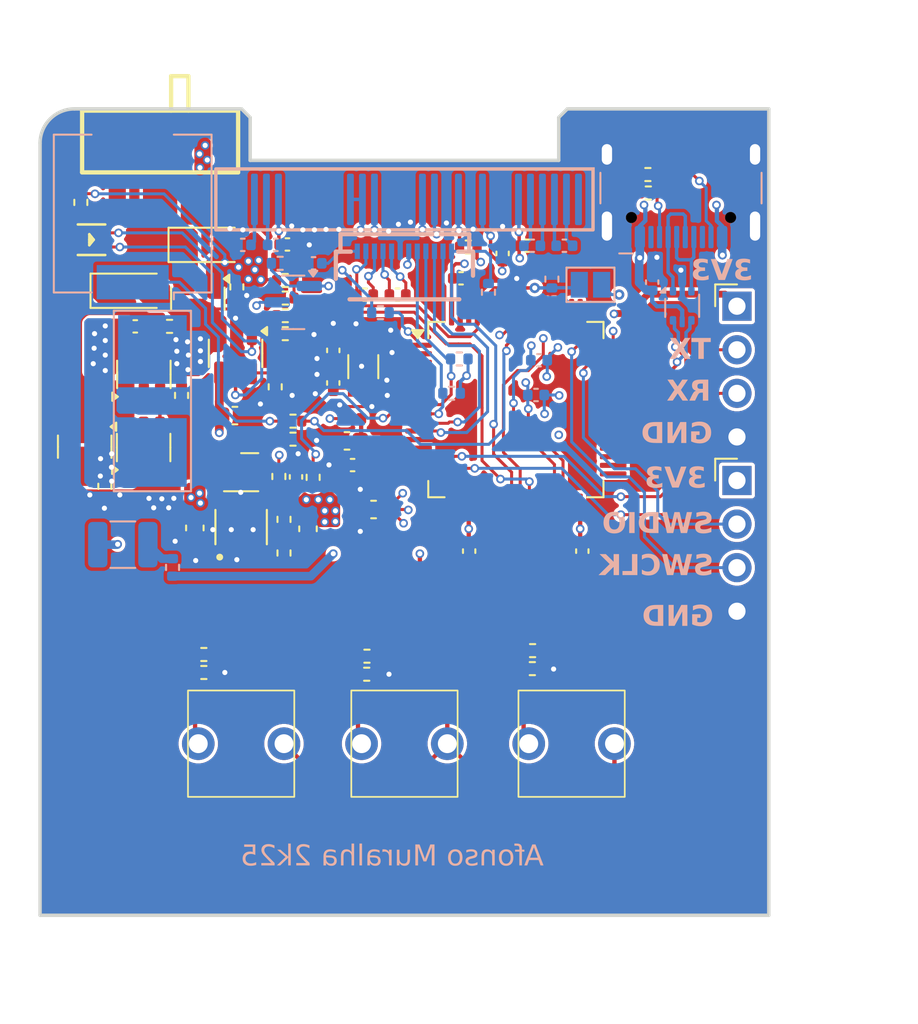
<source format=kicad_pcb>
(kicad_pcb (version 20241229) (generator "pcbnew") (generator_version "9.0")
  (layers (0 "F.Cu" signal) (4 "In1.Cu" signal) (6 "In2.Cu" signal) (2 "B.Cu" signal) (13 "F.Paste" user) (15 "B.Paste" user) (5 "F.SilkS" user "F.Silkscreen") (7 "B.SilkS" user "B.Silkscreen") (1 "F.Mask" user) (3 "B.Mask" user) (25 "Edge.Cuts" user))
  (net 0 "")
  (net 1 "GND")
  (net 2 "Net-(J3-Pin_1)")
  (net 3 "Net-(J3-Pin_2)")
  (net 4 "Net-(J3-Pin_3)")
  (net 5 "Net-(J3-Pin_5)")
  (net 6 "Net-(J3-Pin_4)")
  (net 7 "3V3")
  (net 8 "Net-(J5-Pin_27)")
  (net 9 "Net-(J5-Pin_4)")
  (net 10 "Net-(J5-Pin_5)")
  (net 11 "Net-(J5-Pin_28)")
  (net 12 "Net-(J5-Pin_2)")
  (net 13 "Net-(J5-Pin_3)")
  (net 14 "/MCU/OSC_32_IN")
  (net 15 "/MCU/OSC_32_OUT")
  (net 16 "3V3A")
  (net 17 "Net-(U3-VCC)")
  (net 18 "GND_BAT")
  (net 19 "Net-(SW6-A)")
  (net 20 "VBUS")
  (net 21 "Net-(D1-K)")
  (net 22 "VBAT")
  (net 23 "Net-(D3-K1)")
  (net 24 "Net-(D3-A1)")
  (net 25 "Net-(D3-K2)")
  (net 26 "/MCU/LCD2.SCL")
  (net 27 "/MCU/LCD2_RES")
  (net 28 "/MCU/LCD2.SDA")
  (net 29 "/MCU/LCD2_A0")
  (net 30 "/MCU/LCD2_CS")
  (net 31 "/MCU/OLED.SDA")
  (net 32 "/OLED/BS1")
  (net 33 "/MCU/OLED.SCL")
  (net 34 "Net-(J5-Pin_26)")
  (net 36 "/MCU/OLED_RST")
  (net 39 "/MCU/USB_D_RAW_P")
  (net 40 "/MCU/USB_D_RAW_N")
  (net 41 "Net-(J6-CC1)")
  (net 42 "Net-(J6-CC2)")
  (net 43 "/MCU/SWCLK")
  (net 44 "/MCU/SWDIO")
  (net 45 "/MCU/UART_TX")
  (net 46 "/MCU/UART_RX")
  (net 47 "/MCU/BOOT0")
  (net 48 "Net-(U4-L1)")
  (net 49 "Net-(U4-L2)")
  (net 50 "Net-(LS1-Pad1)")
  (net 51 "Net-(J1-Pin_2)")
  (net 52 "/MCU/LCD2_BL_EN")
  (net 53 "/MCU/LCD_BL_EN")
  (net 54 "Net-(Q4-G)")
  (net 57 "Net-(J1-Pin_1)")
  (net 58 "/MCU/RST")
  (net 59 "/MCU/VBUS_SENSE")
  (net 60 "/MCU/VBAT_SENSE")
  (net 61 "Net-(U2-VLCD)")
  (net 62 "Net-(R21-Pad2)")
  (net 63 "/MCU/SW_LEFT")
  (net 64 "/MCU/SPK")
  (net 65 "/MCU/SW_CENTER")
  (net 66 "Net-(R27-Pad2)")
  (net 67 "Net-(R31-Pad2)")
  (net 68 "/MCU/SW_RIGHT")
  (net 69 "Net-(U3-CS)")
  (net 70 "Net-(U4-FB)")
  (net 71 "Net-(U5-PROG)")
  (net 73 "/MCU/USB_D_P")
  (net 74 "/MCU/USB_D_N")
  (net 76 "/MCU/LCD.RES")
  (net 81 "/MCU/LCD.DC")
  (net 92 "/MCU/LCD.DIN")
  (net 98 "/MCU/LCD.CLK")
  (net 99 "Net-(C15-Pad1)")
  (net 102 "/MCU/LCD.CS")
  (net 105 "Net-(Q5-G2)")
  (footprint "Resistor_SMD:R_0402_1005Metric" (layer "F.Cu") (at 140.175 78.775 -90)
    (property "Reference" "R33" (hide yes))
    (property "Value" "100k")
  )
  (footprint "Resistor_SMD:R_0402_1005Metric" (layer "F.Cu") (at 138.25 100.2 180)
    (property "Reference" "R21" (hide yes))
    (property "Value" "330")
  )
  (footprint "Package_QFP:LQFP-64_10x10mm_P0.5mm" (layer "F.Cu") (at 156.45 85.925)
    (property "Reference" "U2" (hide yes))
    (property "Value" "STM32L073RBTx")
  )
  (footprint "Capacitor_SMD:C_0402_1005Metric" (layer "F.Cu") (at 155.675 76.825 -90)
    (property "Reference" "C10" (hide yes))
    (property "Value" "2.2uF")
  )
  (footprint "PCM_kikit:Tab" (layer "F.Cu") (at 164.325 115.4 90)
    (property "Reference" "REF**" (hide yes))
    (property "Value" "Tab")
  )
  (footprint "Capacitor_SMD:C_0402_1005Metric" (layer "F.Cu") (at 134.25 81.075 180)
    (property "Reference" "C24" (hide yes))
    (property "Value" "100nF")
  )
  (footprint "TamagotchiThing:SW-SMD_SK-3245S-L1-A-1" (layer "F.Cu") (at 135.7 73.4)
    (property "Reference" "SW6" (hide yes))
    (property "Value" "SW_SPDT_321")
  )
  (footprint "TamagotchiThing:Kailh_mouse_button" (layer "F.Cu") (at 149.95 105.4)
    (property "Reference" "SW4" (hide yes))
    (property "Value" "SW_Push")
  )
  (footprint "Resistor_SMD:R_0402_1005Metric" (layer "F.Cu") (at 136.25 81.075 180)
    (property "Reference" "R35" (hide yes))
    (property "Value" "100")
  )
  (footprint "Capacitor_SMD:C_0402_1005Metric" (layer "F.Cu") (at 143.625 89.85 90)
    (property "Reference" "C15" (hide yes))
    (property "Value" "100nF")
  )
  (footprint "Connector_PinHeader_2.54mm:PinHeader_1x04_P2.54mm_Horizontal" (layer "F.Cu") (at 169.345 79.9)
    (property "Reference" "J8" (hide yes))
    (property "Value" "Conn_01x04")
  )
  (footprint "Resistor_SMD:R_0402_1005Metric" (layer "F.Cu") (at 143.45 87.65)
    (property "Reference" "R26" (hide yes))
    (property "Value" "1k")
  )
  (footprint "Resistor_SMD:R_0402_1005Metric" (layer "F.Cu") (at 147.765 100.3 180)
    (property "Reference" "R27" (hide yes))
    (property "Value" "330")
  )
  (footprint "Diode_SMD:D_SOD-123F" (layer "F.Cu") (at 133.85 79)
    (property "Reference" "D2" (hide yes))
    (property "Value" "D_Schottky")
  )
  (footprint "Capacitor_SMD:C_0402_1005Metric" (layer "F.Cu") (at 149.55 79.225)
    (property "Reference" "C6" (hide yes))
    (property "Value" "1uF")
  )
  (footprint "TamagotchiThing:VREG_TPS63802DLAR" (layer "F.Cu") (at 140.425 92.775 90)
    (property "Reference" "U4" (hide yes))
    (property "Value" "TPS63802DLAR")
  )
  (footprint "TamagotchiThing:LED-SMD_4P-L1.6-W1.5-TL-1" (layer "F.Cu") (at 131.7 76.025 180)
    (property "Reference" "D3" (hide yes))
    (property "Value" "LED_Dual_KKA")
  )
  (footprint "Resistor_SMD:R_0402_1005Metric" (layer "F.Cu") (at 157.425 99.975 180)
    (property "Reference" "R31" (hide yes))
    (property "Value" "330")
  )
  (footprint "Resistor_SMD:R_0402_1005Metric" (layer "F.Cu") (at 157.41 101.025)
    (property "Reference" "R32" (hide yes))
    (property "Value" "100k")
  )
  (footprint "Resistor_SMD:R_0402_1005Metric" (layer "F.Cu") (at 144.625 89.875 90)
    (property "Reference" "R12" (hide yes))
    (property "Value" "330")
  )
  (footprint "Package_TO_SOT_SMD:TSOT-23-6" (layer "F.Cu") (at 140.1 82.65 -90)
    (property "Reference" "U5" (hide yes))
    (property "Value" "TP4057")
  )
  (footprint "Resistor_SMD:R_0402_1005Metric" (layer "F.Cu") (at 142.625 89.825 -90)
    (property "Reference" "R11" (hide yes))
    (property "Value" "100k")
  )
  (footprint "Resistor_SMD:R_0402_1005Metric" (layer "F.Cu") (at 164.175 73.3 180)
    (property "Reference" "R14" (hide yes))
    (property "Value" "5.1k")
  )
  (footprint "Package_TO_SOT_SMD:SOT-23-6" (layer "F.Cu") (at 134.75 83.875 90)
    (property "Reference" "U3" (hide yes))
    (property "Value" "DW01A")
  )
  (footprint "PCM_kikit:Tab" (layer "F.Cu") (at 164.325 68.4 -90)
    (property "Reference" "REF**" (hide yes))
    (property "Value" "Tab")
  )
  (footprint "Crystal:Crystal_SMD_3215-2Pin_3.2x1.5mm" (layer "F.Cu") (at 147.55 83.425 90)
    (property "Reference" "Y1" (hide yes))
    (property "Value" "32768Hz - 12,5 pF")
  )
  (footprint "Inductor_SMD_Wurth:L_Wurth_WE-LQSH-2010" (layer "F.Cu") (at 140.425 89.575)
    (property "Reference" "L2" (hide yes))
    (property "Value" "0.47uH")
  )
  (footprint "Capacitor_SMD:C_0603_1608Metric" (layer "F.Cu") (at 148.15 91.75 180)
    (property "Reference" "C18" (hide yes))
    (property "Value" "10nF")
  )
  (footprint "Capacitor_SMD:C_0603_1608Metric" (layer "F.Cu") (at 146.6 87.75 180)
    (property "Reference" "C22" (hide yes))
    (property "Value" "1uF")
  )
  (footprint "Capacitor_SMD:C_0402_1005Metric" (layer "F.Cu") (at 145.8 84.375 90)
    (property "Reference" "C14" (hide yes))
    (property "Value" "12pF")
  )
  (footprint "Resistor_SMD:R_0402_1005Metric" (layer "F.Cu") (at 143 79.425 180)
    (property "Reference" "R17" (hide yes))
    (property "Value" "100k")
  )
  (footprint "Resistor_SMD:R_0402_1005Metric" (layer "F.Cu") (at 143.45 86.6)
    (property "Reference" "R25" (hide yes))
    (property "Value" "100")
  )
  (footprint "TamagotchiThing:Kailh_mouse_button" (layer "F.Cu") (at 140.425 105.4)
    (property "Reference" "SW2" (hide yes))
    (property "Value" "SW_Push")
  )
  (footprint "Capacitor_SMD:C_0402_1005Metric" (layer "F.Cu") (at 153.725 94.175 -90)
    (property "Reference" "C19" (hide yes))
    (property "Value" "100nF")
  )
  (footprint "Capacitor_SMD:C_0603_1608Metric" (layer "F.Cu") (at 144.325 92.875 -90)
    (property "Reference" "C26" (hide yes))
    (property "Value" "22uF")
  )
  (footprint "Capacitor_SMD:C_0402_1005Metric" (layer "F.Cu") (at 146.925 89.16 180)
    (property "Reference" "C23" (hide yes))
    (property "Value" "10nF")
  )
  (footprint "Package_TO_SOT_SMD:SOT-23" (layer "F.Cu") (at 137.9 79.4625 -90)
    (property "Reference" "Q3" (hide yes))
    (property "Value" "AO3401A")
  )
  (footprint "Capacitor_SMD:C_0402_1005Metric" (layer "F.Cu") (at 160.325 94.175 -90)
    (property "Reference" "C21" (hide yes))
    (property "Value" "100nF")
  )
  (footprint "Resistor_SMD:R_0402_1005Metric" (layer "F.Cu") (at 143 80.45)
    (property "Reference" "R18" (hide yes))
    (property "Value" "100k")
  )
  (footprint "Resistor_SMD:R_0402_1005Metric" (layer "F.Cu") (at 138.25 101.25)
    (property "Reference" "R22" (hide yes))
    (property "Value" "100k")
  )
  (footprint "Resistor_SMD:R_0402_1005Metric" (layer "F.Cu") (at 142.4125 84.6 -90)
    (property "Reference" "R42" (hide yes))
    (property "Value" "1.6k")
  )
  (footprint "Capacitor_SMD:C_0402_1005Metric" (layer "F.Cu") (at 153.25 78.275)
    (property "Reference" "C20" (hide yes))
    (property "Value" "100nF")
  )
  (footprint "TamagotchiThing:Kailh_mouse_button" (layer "F.Cu") (at 159.7 105.4)
    (property "Reference" "SW5" (hide yes))
    (property "Value" "SW_Push")
  )
  (footprint "Resistor_SMD:R_0402_1005Metric" (layer "F.Cu") (at 143 78.4)
    (property "Reference" "R16" (hide yes))
    (property "Value" "100k")
  )
  (footprint "Resistor_SMD:R_0402_1005Metric" (layer "F.Cu") (at 142.925 94.285 -90)
    (property "Reference" "R38" (hide yes))
    (property "Value" "91k")
  )
  (footprint "Resistor_SMD:R_0402_1005Metric" (layer "F.Cu") (at 131.075 73.85 -90)
    (property "Reference" "R39" (hide yes))
    (property "Value" "2k")
  )
  (footprint "Resistor_SMD:R_0402_1005Metric" (layer "F.Cu") (at 142.925 92.325 -90)
    (property "Reference" "R37" (hide yes))
    (property "Value" "511k")
  )
  (footprint "Capacitor_SMD:C_0603_1608Metric" (layer "F.Cu") (at 140.0625 86.275)
    (property "Reference" "C27" (hide yes))
    (property "Value" "10uF")
  )
  (footprint "Capacitor_SMD:C_0402_1005Metric" (layer "F.Cu") (at 145.8 82.475 -90)
    (property "Reference" "C13" (hide yes))
    (property "Value" "12pF")
  )
  (footprint "Capacitor_SMD:C_0402_1005Metric" (layer "F.Cu") (at 143.125 76.3 180)
    (property "Reference" "R10" (hide yes))
    (property "Value" "390k")
  )
  (footprint "Resistor_SMD:R_0402_1005Metric" (layer "F.Cu") (at 164.15 72.225 180)
    (property "Reference" "R13" (hide yes))
    (property "Value" "5.1k")
  )
  (footprint "PCM_kikit:Tab" (layer "F.Cu") (at 135.575 68.4 -90)
    (property "Reference" "REF**" (hide yes))
    (property "Value" "Tab")
  )
  (footprint "Capacitor_SMD:C_0402_1005Metric" (layer "F.Cu") (at 147.65 79.225)
    (property "Reference" "C5" (hide yes))
    (property "Value" "1uF")
  )
  (footprint "Package_TO_SOT_SMD:SOT-23-6" (layer "F.Cu") (at 134.7375 88.1375 90)
    (property "Reference" "Q5" (hide yes))
    (property "Value" "FS8205A")
  )
  (footprint "Diode_SMD:D_SOD-123F" (layer "F.Cu") (at 138.4 76.325)
    (property "Reference" "D1" (hide yes))
    (property "Value" "D_Schottky")
  )
  (footprint "Resistor_SMD:R_0402_1005Metric" (layer "F.Cu") (at 147.75 101.35)
    (property "Reference" "R28" (hide yes))
    (property "Value" "100k")
  )
  (footprint "Connector_PinHeader_2.54mm:PinHeader_1x04_P2.54mm_Horizontal" (layer "F.Cu") (at 169.345 90.06)
    (property "Reference" "J7" (hide yes))
    (property "Value" "Conn_01x04")
  )
  (footprint "Resistor_SMD:R_0402_1005Metric" (layer "F.Cu") (at 132.475 90.4 -90)
    (property "Reference" "R34" (hide yes))
    (property "Value" "0")
  )
  (footprint "PCM_kikit:Tab" (layer "F.Cu") (at 135.575 115.4 90)
    (property "Reference" "REF**" (hide yes))
    (property "Value" "Tab")
  )
  (footprint "Capacitor_SMD:C_0402_1005Metric" (layer "F.Cu") (at 157.12 76.375 180)
    (property "Reference" "C7" (hide yes))
    (property "Value" "2.2uF")
  )
  (footprint "Resistor_SMD:R_0402_1005Metric" (layer "F.Cu") (at 143 81.5 180)
    (property "Reference" "R19" (hide yes))
    (property "Value" "100k")
  )
  (footprint "Inductor_SMD:L_0402_1005Metric" (layer "F.Cu") (at 146.94 86.45)
    (property "Reference" "L1" (hide yes))
    (property "Value" "39nH")
  )
  (footprint "Resistor_SMD:R_0402_1005Metric" (layer "F.Cu") (at 136.95 85.1 -90)
    (property "Reference" "R36" (hide yes))
    (property "Value" "1k")
  )
  (footprint "Resistor_SMD:R_0402_1005Metric" (layer "F.Cu") (at 153.675 76.45)
    (property "Reference" "R7" (hide yes))
    (property "Value" "100k")
  )
  (footprint "Package_TO_SOT_SMD:SOT-23" (layer "F.Cu") (at 131.3 88.0875 -90)
    (property "Reference" "Q4" (hide yes))
    (property "Value" "AO3401A")
  )
  (footprint "Capacitor_SMD:C_0603_1608Metric" (layer "F.Cu") (at 137.725 92.825 -90)
    (property "Reference" "C25" (hide yes))
    (property "Value" "10uF")
  )
  (footprint "Connector_USB:USB_C_Receptacle_HCTL_HC-TYPE-C-16P-01A" (layer "B.Cu") (at 166.08 72.125)
    (property "Reference" "J6" (hide yes))
    (property "Value" "USB_C_Receptacle_USB2.0")
  )
  (footprint "Resistor_SMD:R_0402_1005Metric" (layer "B.Cu") (at 152.7 84.975 180)
    (property "Reference" "R3" (hide yes))
    (property "Value" "10k")
  )
  (footprint "Resistor_SMD:R_0402_1005Metric" (layer "B.Cu") (at 148.55 80.275)
    (property "Reference" "R20" (hide yes))
    (property "Value" "0")
  )
  (footprint "Package_TO_SOT_SMD:SOT-23" (layer "B.Cu") (at 143.4625 79.675 180)
    (property "Reference" "Q1" (hide yes))
    (property "Value" "BSS138")
  )
  (footprint "Buzzer_Beeper:Buzzer_CUI_CPT-9019S-SMT" (layer "B.Cu") (at 134.1 74.5 90)
    (property "Reference" "LS1" (hide yes))
    (property "Value" "Speaker_Crystal")
  )
  (footprint "Capacitor_SMD:C_0402_1005Metric" (layer "B.Cu") (at 157.8 83.05)
    (property "Reference" "R8" (hide yes))
    (property "Value" "4.7k")
  )
  (footprint "Capacitor_SMD:C_0402_1005Metric" (layer "B.Cu") (at 142.45 76.325 180)
    (property "Reference" "C8" (hide yes))
    (property "Value" "4.7uF")
  )
  (footprint "Resistor_SMD:R_0402_1005Metric" (layer "B.Cu") (at 158.55 78.325 90)
    (property "Reference" "R15" (hide yes))
    (property "Value" "100k")
  )
  (footprint "Resistor_SMD:R_0402_1005Metric" (layer "B.Cu") (at 154.85 79.085 -90)
    (property "Reference" "R6" (hide yes))
    (property "Value" "100k")
  )
  (footprint "Capacitor_SMD:C_0402_1005Metric" (layer "B.Cu") (at 144.65 77.4 180)
    (property "Reference" "C4" (hide yes))
    (property "Value" "1uF")
  )
  (footprint "Resistor_SMD:R_0402_1005Metric" (layer "B.Cu") (at 153.15 82.975 180)
    (property "Reference" "R4" (hide yes))
    (property "Value" "10k")
  )
  (footprint "TamagotchiThing:sh1106-1.3inch-oled_1" (layer "B.Cu") (at 149.95 73.675 180)
    (property "Reference" "J5" (hide yes))
    (property "Value" "Conn_01x30")
  )
  (footprint "Resistor_SMD:R_1210_3225Metric" (layer "B.Cu") (at 133.525 93.8 180)
    (property "Reference" "J1" (hide yes))
    (property "Value" "Conn_01x14")
  )
  (footprint "Capacitor_SMD:C_0402_1005Metric" (layer "B.Cu") (at 164.4 78.5 90)
    (property "Reference" "C28" (hide yes))
    (property "Value" "100nF")
  )
  (footprint "Package_TO_SOT_SMD:SOT-666" (layer "B.Cu") (at 166.15 79.875 -90)
    (property "Reference" "U1" (hide yes))
    (property "Value" "USBLC6-2P6")
  )
  (footprint "Capacitor_SMD:C_0402_1005Metric" (layer "B.Cu") (at 159.28 76.375)
    (property "Reference" "C12" (hide yes))
    (property "Value" "2.2uF")
  )
  (footprint "Capacitor_SMD:C_0402_1005Metric" (layer "B.Cu") (at 157.4 76.375)
    (property "Reference" "C9" (hide yes))
    (property "Value" "2.2uF")
  )
  (footprint "Capacitor_SMD:C_0402_1005Metric" (layer "B.Cu") (at 157.625 85.075)
    (property "Reference" "R9" (hide yes))
    (property "Value" "4.7k")
  )
  (footprint "Jumper:SolderJumper-2_P1.3mm_Open_Pad1.0x1.5mm" (layer "B.Cu") (at 160.8 78.65 180)
    (property "Reference" "JP1" (hide yes))
    (property "Value" "SolderJumper_2_Open")
  )
  (footprint "TamagotchiThing:FFC-SMD_12P-P0.50_FH34SRJ-12S-0.5SH" (layer "B.Cu") (at 149.95 77.9 180)
    (property "Reference" "J3" (hide yes))
    (property "Value" "Conn_01x30")
  )
  (footprint "Capacitor_SMD:C_0402_1005Metric" (layer "B.Cu") (at 140.52 76.325)
    (property "Reference" "C11" (hide yes))
    (property "Value" "2.2uF")
  )
  (footprint "TamagotchiThing:Battery_Pads_4x4" (layer "B.Cu") (at 135.25 85.425 -90)
    (property "Reference" "BT1" (hide yes))
    (property "Value" "Battery")
  )
  (footprint "Resistor_SMD:R_0402_1005Metric" (layer "B.Cu") (at 136.425 95.125 -90)
    (property "Reference" "R1" (hide yes))
    (property "Value" "15")
  )
  (footprint "Resistor_SMD:R_0402_1005Metric" (layer "B.Cu") (at 142.7 77.4)
    (property "Reference" "R2" (hide yes))
    (property "Value" "10k")
  )
  (gr_line (start 158.95 68.9) (end 158.95 71.4) (stroke (width 0.2)) (layer "Edge.Cuts"))
  (gr_line (start 128.7 115.4) (end 171.2 115.4) (stroke (width 0.2)) (layer "Edge.Cuts"))
  (gr_line (start 158.95 68.9) (end 159.45 68.4) (stroke (width 0.2)) (layer "Edge.Cuts"))
  (gr_line (start 140.95 68.9) (end 140.95 71.4) (stroke (width 0.2)) (layer "Edge.Cuts"))
  (gr_line (start 158.95 71.4) (end 140.95 71.4) (stroke (width 0.2)) (layer "Edge.Cuts"))
  (gr_line (start 140.45 68.4) (end 130.7 68.4) (stroke (width 0.2)) (layer "Edge.Cuts"))
  (gr_line (start 171.2 68.4) (end 171.2 115.4) (stroke (width 0.2)) (layer "Edge.Cuts"))
  (gr_line (start 140.95 68.9) (end 140.45 68.4) (stroke (width 0.2)) (layer "Edge.Cuts"))
  (gr_line (start 128.7 70.4) (end 128.7 115.4) (stroke (width 0.2)) (layer "Edge.Cuts"))
  (gr_line (start 159.45 68.4) (end 171.2 68.4) (stroke (width 0.2)) (layer "Edge.Cuts"))
  (gr_arc (start 128.7 70.4) (mid 129.285786 68.985786) (end 130.7 68.4) (stroke (width 0.2)) (layer "Edge.Cuts"))
  (gr_text "GND" (at 167.925 87.375 0) (layer "B.SilkS") (effects (font (size 1.2 1.2) (thickness 0.3) (bold yes)) (justify left mirror)))
  (gr_text "TX" (at 167.825 82.475 0) (layer "B.SilkS") (effects (font (size 1.2 1.2) (thickness 0.3) (bold yes)) (justify left mirror)))
  (gr_text "RX" (at 167.825 84.905 0) (layer "B.SilkS") (effects (font (size 1.2 1.2) (thickness 0.3) (bold yes)) (justify left mirror)))
  (gr_text "Afonso Muralha 2k25" (at 158.075 112.7 0) (layer "B.SilkS") (effects (font (size 1.2 1.2) (thickness 0.1)) (justify left bottom mirror)))
  (gr_text "3V3\n" (at 170.275 77.875 0) (layer "B.SilkS") (effects (font (size 1.2 1.2) (thickness 0.3) (bold yes)) (justify left mirror)))
  (gr_text "3V3\n" (at 167.575 89.975 0) (layer "B.SilkS") (effects (font (size 1.2 1.2) (thickness 0.3) (bold yes)) (justify left mirror)))
  (gr_text "SWDIO" (at 167.985 92.625 0) (layer "B.SilkS") (effects (font (size 1.2 1.2) (thickness 0.3) (bold yes)) (justify left mirror)))
  (gr_text "SWCLK" (at 167.985 95.075 0) (layer "B.SilkS") (effects (font (size 1.2 1.2) (thickness 0.3) (bold yes)) (justify left mirror)))
  (gr_text "GND" (at 167.985 98.035 0) (layer "B.SilkS") (effects (font (size 1.2 1.2) (thickness 0.3) (bold yes)) (justify left mirror)))
  (segment (start 145.825 87.75) (end 144.85 87.75) (width 0.175) (layer "F.Cu") (net 1))
  (segment (start 144.85 87.75) (end 144.825 87.725) (width 0.175) (layer "F.Cu") (net 1))
  (segment (start 147.1 80.9) (end 147.125 80.925) (width 0.175) (layer "F.Cu") (net 1))
  (segment (start 148.75 80.9) (end 149.15 81.3) (width 0.175) (layer "F.Cu") (net 1))
  (segment (start 148.95 85.575) (end 148.775 85.75) (width 0.175) (layer "F.Cu") (net 1))
  (segment (start 132.475 90.91) (end 131.61 90.91) (width 0.2) (layer "F.Cu") (net 1))
  (segment (start 140.875 86.275) (end 141.55 85.6) (width 0.175) (layer "F.Cu") (net 1))
  (segment (start 148.26 101.35) (end 149.05 101.35) (width 0.25) (layer "F.Cu") (net 1))
  (segment (start 142.29 84.9875) (end 142.4125 85.11) (width 0.2) (layer "F.Cu") (net 1))
  (segment (start 148.95 84.2375) (end 148.95 85.1) (width 0.175) (layer "F.Cu") (net 1))
  (segment (start 145.325 80.9) (end 145.8 80.9) (width 0.175) (layer "F.Cu") (net 1))
  (segment (start 141.8 79.425) (end 141.775 79.4) (width 0.175) (layer "F.Cu") (net 1))
  (segment (start 153.73 78.275) (end 154.475 78.275) (width 0.175) (layer "F.Cu") (net 1))
  (segment (start 144.85 83.875) (end 144.85 82.95) (width 0.175) (layer "F.Cu") (net 1))
  (segment (start 148.925 84.2125) (end 148.95 84.2375) (width 0.175) (layer "F.Cu") (net 1))
  (segment (start 140.8375 86.275) (end 140.875 86.275) (width 0.175) (layer "F.Cu") (net 1))
  (segment (start 143.75 88.5) (end 143.75 89.245) (width 0.175) (layer "F.Cu") (net 1))
  (segment (start 135.6875 89.275) (end 136.5 89.275) (width 0.2) (layer "F.Cu") (net 1))
  (segment (start 145.56 89.16) (end 145.55 89.15) (width 0.175) (layer "F.Cu") (net 1))
  (segment (start 143.39 85.11) (end 143.4 85.1) (width 0.175) (layer "F.Cu") (net 1))
  (segment (start 139.925 94.425) (end 140.175 94.675) (width 0.175) (layer "F.Cu") (net 1))
  (segment (start 142.4125 85.11) (end 143.39 85.11) (width 0.175) (layer "F.Cu") (net 1))
  (segment (start 149.15 81.3) (end 149.15 82.525) (width 0.175) (layer "F.Cu") (net 1))
  (segment (start 136.5 89.275) (end 136.5375 89.2375) (width 0.2) (layer "F.Cu") (net 1))
  (segment (start 146.175 85.65) (end 145.4 85.65) (width 0.175) (layer "F.Cu") (net 1))
  (segment (start 143.96 88.29) (end 143.96 87.65) (width 0.175) (layer "F.Cu") (net 1))
  (segment (start 146.275 85.75) (end 146.175 85.65) (width 0.175) (layer "F.Cu") (net 1))
  (segment (start 145.8 83.895) (end 146.295 83.4) (width 0.175) (layer "F.Cu") (net 1))
  (segment (start 144.75 83.975) (end 144.85 83.875) (width 0.175) (layer "F.Cu") (net 1))
  (segment (start 142.49 79.425) (end 141.8 79.425) (width 0.175) (layer "F.Cu") (net 1))
  (segment (start 147.375 91.75) (end 147.375 93.025) (width 0.175) (layer "F.Cu") (net 1))
  (segment (start 144.675 81.55) (end 145.325 80.9) (width 0.175) (layer "F.Cu") (net 1))
  (segment (start 157.92 101.025) (end 158.625 101.025) (width 0.25) (layer "F.Cu") (net 1))
  (segment (start 145.8 80.9) (end 147.1 80.9) (width 0.175) (layer "F.Cu") (net 1))
  (segment (start 144.85 82.95) (end 144.85 81.725) (width 0.175) (layer "F.Cu") (net 1))
  (segment (start 144.85 81.725) (end 144.675 81.55) (width 0.175) (layer "F.Cu") (net 1))
  (segment (start 146.295 83.4) (end 147.45 83.4) (width 0.175) (layer "F.Cu") (net 1))
  (segment (start 131.61 90.91) (end 131.6 90.9) (width 0.2) (layer "F.Cu") (net 1))
  (segment (start 154.5885 78.3885) (end 156.3965 78.3885) (width 0.175) (layer "F.Cu") (net 1))
  (segment (start 140.75 79.275) (end 140.74 79.285) (width 0.175) (layer "F.Cu") (net 1))
  (segment (start 145.8 83.895) (end 144.87 83.895) (width 0.175) (layer "F.Cu") (net 1))
  (segment (start 156.3965 78.3885) (end 156.5 78.285) (width 0.175) (layer "F.Cu") (net 1))
  (segment (start 158.625 101.025) (end 158.65 101.05) (width 0.25) (layer "F.Cu") (net 1))
  (segment (start 140.1 80.6) (end 140.1 81.5125) (width 0.2) (layer "F.Cu") (net 1))
  (segment (start 139.925 93.675) (end 139.925 94.425) (width 0.175) (layer "F.Cu") (net 1))
  (segment (start 155.675 75.25) (end 155.675 76.345) (width 0.2) (layer "F.Cu") (net 1))
  (segment (start 144.75 85) (end 144.75 83.975) (width 0.175) (layer "F.Cu") (net 1))
  (segment (start 144.855 82.955) (end 144.85 82.95) (width 0.175) (layer "F.Cu") (net 1))
  (segment (start 148.05 85.75) (end 146.275 85.75) (width 0.175) (layer "F.Cu") (net 1))
  (segment (start 149.15 82.525) (end 149.225 82.6) (width 0.175) (layer "F.Cu") (net 1))
  (segment (start 143.75 89.245) (end 143.625 89.37) (width 0.175) (layer "F.Cu") (net 1))
  (segment (start 138.76 101.25) (end 139.475 101.25) (width 0.25) (layer "F.Cu") (net 1))
  (segment (start 147.375 91.75) (end 147.375 90.575) (width 0.175) (layer "F.Cu") (net 1))
  (segment (start 144.87 83.895) (end 144.85 83.875) (width 0.175) (layer "F.Cu") (net 1))
  (segment (start 146.445 89.16) (end 145.56 89.16) (width 0.175) (layer "F.Cu") (net 1))
  (segment (start 147.15 80.9) (end 148.75 80.9) (width 0.175) (layer "F.Cu") (net 1))
  (segment (start 145.4 85.65) (end 144.75 85) (width 0.175) (layer "F.Cu") (net 1))
  (segment (start 148.775 85.75) (end 148.05 85.75) (width 0.175) (layer "F.Cu") (net 1))
  (segment (start 145.8 82.955) (end 144.855 82.955) (width 0.175) (layer "F.Cu") (net 1))
  (segment (start 140.74 79.285) (end 140.175 79.285) (width 0.175) (layer "F.Cu") (net 1))
  (segment (start 148.95 85.1) (end 148.95 85.575) (width 0.175) (layer "F.Cu") (net 1))
  (segment (start 154.475 78.275) (end 154.5885 78.3885) (width 0.175) (layer "F.Cu") (net 1))
  (segment (start 147.125 80.925) (end 147.15 80.9) (width 0.175) (layer "F.Cu") (net 1))
  (segment (start 143.75 88.5) (end 143.96 88.29) (width 0.175) (layer "F.Cu") (net 1))
  (via (at 147.45 83.4) (size 0.5) (drill 0.3) (layers "F.Cu" "B.Cu") (net 1))
  (via (at 156.5 78.285) (size 0.5) (drill 0.3) (layers "F.Cu" "B.Cu") (net 1))
  (via (at 152.4 75.05) (size 0.5) (drill 0.3) (layers "F.Cu" "B.Cu") (net 1))
  (via (at 140.1 80.6) (size 0.5) (drill 0.3) (layers "F.Cu" "B.Cu") (net 1))
  (via (at 144.75 85) (size 0.5) (drill 0.3) (layers "F.Cu" "B.Cu") (net 1))
  (via (at 140.75 79.275) (size 0.5) (drill 0.3) (layers "F.Cu" "B.Cu") (net 1))
  (via (at 146.125 75.425) (size 0.5) (drill 0.3) (layers "F.Cu" "B.Cu") (net 1))
  (via (at 143.375 75.225) (size 0.5) (drill 0.3) (layers "F.Cu" "B.Cu") (net 1))
  (via (at 145.8 80.9) (size 0.5) (drill 0.3) (layers "F.Cu" "B.Cu") (net 1))
  (via (at 143.75 88.5) (size 0.5) (drill 0.3) (layers "F.Cu" "B.Cu") (net 1))
  (via (at 132.45 91.675) (size 0.5) (drill 0.3) (layers "F.Cu" "B.Cu") (net 1))
  (via (at 140.4 90.75) (size 0.5) (drill 0.3) (layers "F.Cu" "B.Cu") (net 1))
  (via (at 148.95 85.1) (size 0.5) (drill 0.3) (layers "F.Cu" "B.Cu") (net 1))
  (via (at 145.55 89.15) (size 0.5) (drill 0.3) (layers "F.Cu" "B.Cu") (net 1))
  (via (at 137.775 94.725) (size 0.5) (drill 0.3) (layers "F.Cu" "B.Cu") (net 1))
  (via (at 145.375 75.425) (size 0.5) (drill 0.3) (layers "F.Cu" "B.Cu") (net 1))
  (via (at 146.175 85.65) (size 0.5) (drill 0.3) (layers "F.Cu" "B.Cu") (net 1))
  (via (at 139.85 92.925) (size 0.5) (drill 0.3) (layers "F.Cu" "B.Cu") (net 1))
  (via (at 136.575 93.6) (size 0.5) (drill 0.3) (layers "F.Cu" "B.Cu") (net 1))
  (via (at 147.375 90.575) (size 0.5) (drill 0.3) (layers "F.Cu" "B.Cu") (net 1))
  (via (at 147.375 93.025) (size 0.5) (drill 0.3) (layers "F.Cu" "B.Cu") (net 1))
  (via (at 153.95673 75.41078) (size 0.5) (drill 0.3) (layers "F.Cu" "B.Cu") (net 1))
  (via (at 149.225 82.6) (size 0.5) (drill 0.3) (layers "F.Cu" "B.Cu") (net 1))
  (via (at 164.675 77.05) (size 0.6) (drill 0.3) (layers "F.Cu" "B.Cu") (net 1))
  (via (at 149.6 75.125) (size 0.5) (drill 0.3) (layers "F.Cu" "B.Cu") (net 1))
  (via (at 143.4 85.1) (size 0.5) (drill 0.3) (layers "F.Cu" "B.Cu") (net 1))
  (via (at 141.125 92.925) (size 0.5) (drill 0.3) (layers "F.Cu" "B.Cu") (net 1))
  (via (at 135.05 91.1) (size 0.5) (drill 0.3) (layers "F.Cu" "B.Cu") (net 1))
  (via (at 135.325 91.65) (size 0.5) (drill 0.3) (layers "F.Cu" "B.Cu") (net 1))
  (via (at 139.475 101.25) (size 0.5) (drill 0.3) (layers "F.Cu" "B.Cu") (net 1))
  (via (at 148.05 85.75) (size 0.5) (drill 0.3) (layers "F.Cu" "B.Cu") (net 1))
  (via (at 136.5 91.1) (size 0.5) (drill 0.3) (layers "F.Cu" "B.Cu") (net 1))
  (via (at 133.35 90.9) (size 0.5) (drill 0.3) (layers "F.Cu" "B.Cu") (net 1))
  (via (at 139.775 75.375) (size 0.5) (drill 0.3) (layers "F.Cu" "B.Cu") (net 1))
  (via (at 144.85 83.875) (size 0.5) (drill 0.3) (layers "F.Cu" "B.Cu") (net 1))
  (via (at 144.825 87.725) (size 0.5) (drill 0.3) (layers "F.Cu" "B.Cu") (net 1))
  (via (at 144.4 76.325) (size 0.5) (drill 0.3) (layers "F.Cu" "B.Cu") (net 1))
  (via (at 138.775 92.925) (size 0.5) (drill 0.3) (layers "F.Cu" "B.Cu") (net 1))
  (via (at 158.65 101.05) (size 0.5) (drill 0.3) (layers "F.Cu" "B.Cu") (net 1))
  (via (at 131.6 90.9) (size 0.5) (drill 0.3) (layers "F.Cu" "B.Cu") (net 1))
  (via (at 148.925 84.2125) (size 0.5) (drill 0.3) (layers "F.Cu" "B.Cu") (net 1))
  (via (at 149.05 101.35) (size 0.5) (drill 0.3) (layers "F.Cu" "B.Cu") (net 1))
  (via (at 150.3 75) (size 0.5) (drill 0.3) (layers "F.Cu" "B.Cu") (net 1))
  (via (at 149.025 75.525) (size 0.5) (drill 0.3) (layers "F.Cu" "B.Cu") (net 1))
  (via (at 147.125 80.925) (size 0.5) (drill 0.3) (layers "F.Cu" "B.Cu") (net 1))
  (via (at 135.8 91.125) (size 0.5) (drill 0.3) (layers "F.Cu" "B.Cu") (net 1))
  (via (at 136.2 91.65) (size 0.5) (drill 0.3) (layers "F.Cu" "B.Cu") (net 1))
  (via (at 140.175 94.675) (size 0.5) (drill 0.3) (layers "F.Cu" "B.Cu") (net 1))
  (via (at 144.85 82.95) (size 0.5) (drill 0.3) (layers "F.Cu" "B.Cu") (net 1))
  (via (at 155.675 75.25) (size 0.5) (drill 0.3) (layers "F.Cu" "B.Cu") (net 1))
  (via (at 144.675 81.55) (size 0.5) (drill 0.3) (layers "F.Cu" "B.Cu") (net 1))
  (via (at 144.7 75.45) (size 0.5) (drill 0.3) (layers "F.Cu" "B.Cu") (net 1))
  (via (at 140.525 75.45) (size 0.5) (drill 0.3) (layers "F.Cu" "B.Cu") (net 1))
  (via (at 149.15 81.3) (size 0.5) (drill 0.3) (layers "F.Cu" "B.Cu") (net 1))
  (via (at 144.025 75.45) (size 0.5) (drill 0.3) (layers "F.Cu" "B.Cu") (net 1))
  (via (at 166.075 77.8) (size 0.6) (drill 0.3) (layers "F.Cu" "B.Cu") (net 1))
  (via (at 141.55 85.6) (size 0.5) (drill 0.3) (layers "F.Cu" "B.Cu") (net 1))
  (segment (start 145.4 73.675) (end 144.7 73.675) (width 0.2) (layer "B.Cu") (net 1))
  (segment (start 152.4 75.05) (end 152.4 73.675) (width 0.2) (layer "B.Cu") (net 1))
  (segment (start 143.3 75.15) (end 143.3 73.675) (width 0.2) (layer "B.Cu") (net 1))
  (segment (start 146.1 75.4) (end 146.125 75.425) (width 0.2) (layer "B.Cu") (net 1))
  (segment (start 149.6 73.675) (end 149.6 75.125) (width 0.2) (layer "B.Cu") (net 1))
  (segment (start 153.875 75.475) (end 153.8 75.4) (width 0.2) (layer "B.Cu") (net 1))
  (segment (start 155.625 79.57) (end 156.5 78.695) (width 0.175) (layer "B.Cu") (net 1))
  (segment (start 148.9 73.675) (end 148.9 75.4) (width 0.2) (layer "B.Cu") (net 1))
  (segment (start 144.7 73.675) (end 144.7 75.45) (width 0.2) (layer "B.Cu") (net 1))
  (segment (start 150.3 73.675) (end 150.3 75) (width 0.2) (layer "B.Cu") (net 1))
  (segment (start 144.7 73.675) (end 144 73.675) (width 0.2) (layer "B.Cu") (net 1))
  (segment (start 155.6 79.595) (end 155.625 79.57) (width 0.2) (layer "B.Cu") (net 1))
  (segment (start 145.4 73.675) (end 145.4 75.4) (width 0.2) (layer "B.Cu") (net 1))
  (segment (start 146.1 73.675) (end 146.1 75.4) (width 0.2) (layer "B.Cu") (net 1))
  (segment (start 149.6 73.675) (end 148.9 73.675) (width 0.2) (layer "B.Cu") (net 1))
  (segment (start 145.4 75.4) (end 145.375 75.425) (width 0.2) (layer "B.Cu") (net 1))
  (segment (start 140.5 75.425) (end 140.525 75.45) (width 0.2) (layer "B.Cu") (net 1))
  (segment (start 149.6 75.45) (end 149.7 75.55) (width 0.175) (layer "B.Cu") (net 1))
  (segment (start 150.3 73.675) (end 149.6 73.675) (width 0.2) (layer "B.Cu") (net 1))
  (segment (start 164.4 77.240985) (end 164.4 78.02) (width 0.175) (layer "B.Cu") (net 1))
  (segment (start 142.93 76.325) (end 144.4 76.325) (width 0.2) (layer "B.Cu") (net 1))
  (segment (start 144 73.675) (end 144 75.425) (width 0.2) (layer "B.Cu") (net 1))
  (segment (start 148.9 75.4) (end 149.025 75.525) (width 0.2) (layer "B.Cu") (net 1))
  (segment (start 144 73.675) (end 143.3 73.675) (width 0.2) (layer "B.Cu") (net 1))
  (segment (start 146.1 73.675) (end 145.4 73.675) (width 0.2) (layer "B.Cu") (net 1))
  (segment (start 140.5 73.675) (end 140.5 75.425) (width 0.2) (layer "B.Cu") (net 1))
  (segment (start 155.9 73.675) (end 155.2 73.675) (width 0.2) (layer "B.Cu") (net 1))
  (segment (start 154.85 79.595) (end 155.6 79.595) (width 0.2) (layer "B.Cu") (net 1))
  (segment (start 139.8 73.675) (end 139.8 75.35) (width 0.2) (layer "B.Cu") (net 1))
  (segment (start 153.8 75.4) (end 153.8 73.675) (width 0.2) (layer "B.Cu") (net 1))
  (segment (start 156.5 78.695) (end 156.5 78.285) (width 0.175) (layer "B.Cu") (net 1))
  (segment (start 143.375 75.225) (end 143.3 75.15) (width 0.2) (layer "B.Cu") (net 1))
  (segment (start 144 75.425) (end 144.025 75.45) (width 0.2) (layer "B.Cu") (net 1))
  (segment (start 164.675 77.05) (end 164.590985 77.05) (width 0.175) (layer "B.Cu") (net 1))
  (segment (start 164.590985 77.05) (end 164.4 77.240985) (width 0.175) (layer "B.Cu") (net 1))
  (segment (start 153.95673 75.41078) (end 153.89251 75.475) (width 0.2) (layer "B.Cu") (net 1))
  (segment (start 149.6 75.125) (end 149.6 75.45) (width 0.175) (layer "B.Cu") (net 1))
  (segment (start 139.8 75.35) (end 139.775 75.375) (width 0.2) (layer "B.Cu") (net 1))
  (segment (start 149.7 75.55) (end 149.7 76.7) (width 0.175) (layer "B.Cu") (net 1))
  (segment (start 140.5 73.675) (end 139.8 73.675) (width 0.2) (layer "B.Cu") (net 1))
  (segment (start 153.89251 75.475) (end 153.875 75.475) (width 0.2) (layer "B.Cu") (net 1))
  (segment (start 146.2 76.7) (end 147.2 76.7) (width 0.175) (layer "B.Cu") (net 2))
  (segment (start 145.13 77.4) (end 145.5 77.4) (width 0.175) (layer "B.Cu") (net 2))
  (segment (start 145.5 77.4) (end 146.2 76.7) (width 0.175) (layer "B.Cu") (net 2))
  (segment (start 147.15 77.75) (end 147.15 77.935) (width 0.175) (layer "F.Cu") (net 3))
  (segment (start 147.17 77.955) (end 147.17 79.225) (width 0.175) (layer "F.Cu") (net 3))
  (segment (start 147.15 77.935) (end 147.17 77.955) (width 0.175) (layer "F.Cu") (net 3))
  (via (at 147.15 77.75) (size 0.5) (drill 0.3) (layers "F.Cu" "B.Cu") (net 3))
  (segment (start 147.7 77.425) (end 147.7 76.7) (width 0.175) (layer "B.Cu") (net 3))
  (segment (start 147.15 77.75) (end 147.375 77.75) (width 0.175) (layer "B.Cu") (net 3))
  (segment (start 147.375 77.75) (end 147.7 77.425) (width 0.175) (layer "B.Cu") (net 3))
  (segment (start 147.85 78.15) (end 147.85 78.525) (width 0.175) (layer "F.Cu") (net 4))
  (segment (start 147.85 78.525) (end 148.13 78.805) (width 0.175) (layer "F.Cu") (net 4))
  (segment (start 148.13 78.805) (end 148.13 79.225) (width 0.175) (layer "F.Cu") (net 4))
  (via (at 147.85 78.15) (size 0.5) (drill 0.3) (layers "F.Cu" "B.Cu") (net 4))
  (segment (start 148.2 77.85) (end 148.2 76.7) (width 0.175) (layer "B.Cu") (net 4))
  (segment (start 147.9 78.15) (end 148.2 77.85) (width 0.175) (layer "B.Cu") (net 4))
  (segment (start 147.85 78.15) (end 147.9 78.15) (width 0.175) (layer "B.Cu") (net 4))
  (segment (start 149.7 78.175) (end 149.7 78.2) (width 0.175) (layer "F.Cu") (net 5))
  (segment (start 149.7 78.2) (end 150.03 78.53) (width 0.175) (layer "F.Cu") (net 5))
  (segment (start 150.03 78.53) (end 150.03 79.225) (width 0.175) (layer "F.Cu") (net 5))
  (via (at 149.7 78.175) (size 0.5) (drill 0.3) (layers "F.Cu" "B.Cu") (net 5))
  (segment (start 149.2 77.7) (end 149.2 76.7) (width 0.175) (layer "B.Cu") (net 5))
  (segment (start 149.7 78.175) (end 149.675 78.175) (width 0.175) (layer "B.Cu") (net 5))
  (segment (start 149.675 78.175) (end 149.2 77.7) (width 0.175) (layer "B.Cu") (net 5))
  (segment (start 148.795189 78.053604) (end 148.795189 78.115429) (width 0.175) (layer "F.Cu") (net 6))
  (segment (start 149.07 78.39024) (end 149.07 79.225) (width 0.175) (layer "F.Cu") (net 6))
  (segment (start 148.795189 78.115429) (end 149.07 78.39024) (width 0.175) (layer "F.Cu") (net 6))
  (via (at 148.795189 78.053604) (size 0.5) (drill 0.3) (layers "F.Cu" "B.Cu") (net 6))
  (segment (start 148.7 78.02024) (end 148.7 76.7) (width 0.175) (layer "B.Cu") (net 6))
  (segment (start 148.795189 78.053604) (end 148.733364 78.053604) (width 0.175) (layer "B.Cu") (net 6))
  (segment (start 148.733364 78.053604) (end 148.7 78.02024) (width 0.175) (layer "B.Cu") (net 6))
  (segment (start 162.125 82.175) (end 162.125 81.35) (width 0.175) (layer "F.Cu") (net 7))
  (segment (start 160.325 93.695) (end 160.2 93.57) (width 0.25) (layer "F.Cu") (net 7))
  (segment (start 152.77 78.275) (end 152.77 77.605) (width 0.2) (layer "F.Cu") (net 7))
  (segment (start 152.45 105.4) (end 152.45 97.6) (width 0.25) (layer "F.Cu") (net 7))
  (segment (start 153.7 91.6) (end 153.7 93.67) (width 0.25) (layer "F.Cu") (net 7))
  (segment (start 164.15 79.2) (end 168.645 79.2) (width 0.4) (layer "F.Cu") (net 7))
  (segment (start 169.345 79.9) (end 168.92 80.325) (width 0.4) (layer "F.Cu") (net 7))
  (segment (start 148.925 91.725) (end 149.85 90.8) (width 0.175) (layer "F.Cu") (net 7))
  (segment (start 160.2 92.875) (end 160.2 91.6) (width 0.25) (layer "F.Cu") (net 7))
  (segment (start 150.85 96) (end 150.85 94.325) (width 0.25) (layer "F.Cu") (net 7))
  (segment (start 148.925 91.75) (end 148.925 91.725) (width 0.175) (layer "F.Cu") (net 7))
  (segment (start 156.64 77.065) (end 156.675 77.1) (width 0.2) (layer "F.Cu") (net 7))
  (segment (start 152.45 97.6) (end 150.85 96) (width 0.25) (layer "F.Cu") (net 7))
  (segment (start 152.7 78.345) (end 152.7 80.25) (width 0.2) (layer "F.Cu") (net 7))
  (segment (start 155.675 77.305) (end 155.675 77.825) (width 0.2) (layer "F.Cu") (net 7))
  (segment (start 163.025 80.325) (end 164.15 79.2) (width 0.4) (layer "F.Cu") (net 7))
  (segment (start 155.675 77.825) (end 155.65 77.85) (width 0.2) (layer "F.Cu") (net 7))
  (segment (start 156.64 76.375) (end 156.64 77.065) (width 0.2) (layer "F.Cu") (net 7))
  (segment (start 156.64 75.59) (end 156.625 75.575) (width 0.2) (layer "F.Cu") (net 7))
  (segment (start 160.2 93.57) (end 160.2 92.875) (width 0.25) (layer "F.Cu") (net 7))
  (segment (start 142.925 105.4) (end 145.375 107.85) (width 0.25) (layer "F.Cu") (net 7))
  (segment (start 142.625 88.6) (end 142.65 88.575) (width 0.175) (layer "F.Cu") (net 7))
  (segment (start 142.625 89.315) (end 142.625 88.6) (width 0.175) (layer "F.Cu") (net 7))
  (segment (start 154.925 107.875) (end 160.9 107.875) (width 0.25) (layer "F.Cu") (net 7))
  (segment (start 150.15 91.75) (end 150.175 91.775) (width 0.175) (layer "F.Cu") (net 7))
  (segment (start 152.45 105.4) (end 154.925 107.875) (width 0.25) (layer "F.Cu") (net 7))
  (segment (start 168.645 79.2) (end 169.345 79.9) (width 0.4) (layer "F.Cu") (net 7))
  (segment (start 148.925 91.75) (end 149.1 91.75) (width 0.175) (layer "F.Cu") (net 7))
  (segment (start 162.2 106.575) (end 162.2 105.4) (width 0.25) (layer "F.Cu") (net 7))
  (segment (start 162.2 80.325) (end 162.175 80.35) (width 0.4) (layer "F.Cu") (net 7))
  (segment (start 162.2 80.325) (end 163.025 80.325) (width 0.4) (layer "F.Cu") (net 7))
  (segment (start 152.95 77.425) (end 153.45 77.425) (width 0.2) (layer "F.Cu") (net 7))
  (segment (start 150 107.85) (end 152.45 105.4) (width 0.25) (layer "F.Cu") (net 7))
  (segment (start 146.455 86.45) (end 145.6 86.45) (width 0.175) (layer "F.Cu") (net 7))
  (segment (start 149.1 91.75) (end 149.9 92.55) (width 0.175) (layer "F.Cu") (net 7))
  (segment (start 152.77 78.275) (end 152.7 78.345) (width 0.2) (layer "F.Cu") (net 7))
  (segment (start 154.185 76.45) (end 154.185 77.11) (width 0.2) (layer "F.Cu") (net 7))
  (segment (start 154.975 76.875) (end 154.975 75.8) (width 0.2) (layer "F.Cu") (net 7))
  (segment (start 148.925 91.75) (end 150.15 91.75) (width 0.175) (layer "F.Cu") (net 7))
  (segment (start 156.64 76.375) (end 156.64 75.59) (width 0.2) (layer "F.Cu") (net 7))
  (segment (start 155.405 77.305) (end 154.975 76.875) (width 0.2) (layer "F.Cu") (net 7))
  (segment (start 145.375 107.85) (end 150 107.85) (width 0.25) (layer "F.Cu") (net 7))
  (segment (start 155.675 77.305) (end 155.405 77.305) (width 0.2) (layer "F.Cu") (net 7))
  (segment (start 160.9 107.875) (end 162.2 106.575) (width 0.25) (layer "F.Cu") (net 7))
  (segment (start 152.77 77.605) (end 152.95 77.425) (width 0.2) (layer "F.Cu") (net 7))
  (segment (start 154.185 77.11) (end 154.4 77.325) (width 0.2) (layer "F.Cu") (net 7))
  (segment (start 153.7 93.67) (end 153.725 93.695) (width 0.25) (layer "F.Cu") (net 7))
  (via (at 150.125 77.475) (size 0.5) (drill 0.3) (layers "F.Cu" "B.Cu") (net 7))
  (via (at 153.45 77.425) (size 0.5) (drill 0.3) (layers "F.Cu" "B.Cu") (net 7))
  (via (at 155.65 77.85) (size 0.5) (drill 0.3) (layers "F.Cu" "B.Cu") (net 7))
  (via (at 145.925 91.825) (size 0.5) (drill 0.3) (layers "F.Cu" "B.Cu") (net 7))
  (via (at 150.175 91.775) (size 0.5) (drill 0.3) (layers "F.Cu" "B.Cu") (net 7))
  (via (at 158.9 82.3) (size 0.5) (drill 0.3) (layers "F.Cu" "B.Cu") (net 7))
  (via (at 145.8 94.325) (size 0.5) (drill 0.3) (layers "F.Cu" "B.Cu") (net 7))
  (via (at 162.475 79.225) (size 0.6) (drill 0.3) (layers "F.Cu" "B.Cu") (net 7))
  (via (at 158.125 86.175) (size 0.5) (drill 0.3) (layers "F.Cu" "B.Cu") (net 7))
  (via (at 160.2 92.875) (size 0.5) (drill 0.3) (layers "F.Cu" "B.Cu") (net 7))
  (via (at 142.65 88.575) (size 0.5) (drill 0.3) (layers "F.Cu" "B.Cu") (net 7))
  (via (at 162.125 81.35) (size 0.5) (drill 0.3) (layers "F.Cu" "B.Cu") (net 7))
  (via (at 154.4 77.325) (size 0.5) (drill 0.3) (layers "F.Cu" "B.Cu") (net 7))
  (via (at 149.85 90.8) (size 0.5) (drill 0.3) (layers "F.Cu" "B.Cu") (net 7))
  (via (at 144.225 91.175) (size 0.5) (drill 0.3) (layers "F.Cu" "B.Cu") (net 7))
  (via (at 151.825 75.7) (size 0.5) (drill 0.3) (layers "F.Cu" "B.Cu") (net 7))
  (via (at 145.6 86.45) (size 0.5) (drill 0.3) (layers "F.Cu" "B.Cu") (net 7))
  (via (at 149.9 92.55) (size 0.5) (drill 0.3) (layers "F.Cu" "B.Cu") (net 7))
  (via (at 156.675 77.1) (size 0.5) (drill 0.3) (layers "F.Cu" "B.Cu") (net 7))
  (via (at 154.975 75.8) (size 0.5) (drill 0.3) (layers "F.Cu" "B.Cu") (net 7))
  (via (at 150.85 94.325) (size 0.5) (drill 0.3) (layers "F.Cu" "B.Cu") (net 7))
  (via (at 145.3 91.825) (size 0.5) (drill 0.3) (layers "F.Cu" "B.Cu") (net 7))
  (via (at 156.625 75.575) (size 0.5) (drill 0.3) (layers "F.Cu" "B.Cu") (net 7))
  (via (at 146.325 77.8) (size 0.5) (drill 0.3) (layers "F.Cu" "B.Cu") (net 7))
  (via (at 158.25 84) (size 0.5) (drill 0.3) (layers "F.Cu" "B.Cu") (net 7))
  (via (at 153.7 92.875) (size 0.5) (drill 0.3) (layers "F.Cu" "B.Cu") (net 7))
  (via (at 145.925 92.45) (size 0.5) (drill 0.3) (layers "F.Cu" "B.Cu") (net 7))
  (via (at 145.6 91.175) (size 0.5) (drill 0.3) (layers "F.Cu" "B.Cu") (net 7))
  (via (at 162.175 80.35) (size 0.5) (drill 0.3) (layers "F.Cu" "B.Cu") (net 7))
  (via (at 153.575 83.95) (size 0.5) (drill 0.3) (layers "F.Cu" "B.Cu") (net 7))
  (via (at 158.975 85.1) (size 0.5) (drill 0.3) (layers "F.Cu" "B.Cu") (net 7))
  (via (at 144.925 91.175) (size 0.5) (drill 0.3) (layers "F.Cu" "B.Cu") (net 7))
  (via (at 158.95 87.4) (size 0.5) (drill 0.3) (layers "F.Cu" "B.Cu") (net 7))
  (via (at 145.3 92.475) (size 0.5) (drill 0.3) (layers "F.Cu" "B.Cu") (net 7))
  (segment (start 156.625 75.575) (end 156.625 73.7) (width 0.2) (layer "B.Cu") (net 7))
  (segment (start 148.04 79.515) (end 148.04 80.275) (width 0.175) (layer "B.Cu") (net 7))
  (segment (start 158.105 85.075) (end 158.95 85.075) (width 0.175) (layer "B.Cu") (net 7))
  (segment (start 151.7 75.475) (end 151.7 73.675) (width 0.2) (layer "B.Cu") (net 7))
  (segment (start 158.28 82.92) (end 158.9 82.3) (width 0.175) (layer "B.Cu") (net 7))
  (segment (start 158.28 83.05) (end 158.28 82.92) (width 0.175) (layer "B.Cu") (net 7))
  (segment (start 153.66 83.815) (end 153.65 83.825) (width 0.175) (layer "B.Cu") (net 7))
  (segment (start 153.21 84.265) (end 153.65 83.825) (width 0.175) (layer "B.Cu") (net 7))
  (segment (start 151.7 74.175) (end 151.775 74.25) (width 0.2) (layer "B.Cu") (net 7))
  (segment (start 153.21 84.975) (end 153.21 84.265) (width 0.175) (layer "B.Cu") (net 7))
  (segment (start 151.7 73.675) (end 151.7 74.175) (width 0.2) (layer "B.Cu") (net 7))
  (segment (start 158.105 85.075) (end 158.105 86.155) (width 0.175) (layer "B.Cu") (net 7))
  (segment (start 158.28 83.05) (end 158.28 83.97) (width 0.175) (layer "B.Cu") (net 7))
  (segment (start 153.66 82.975) (end 153.66 83.815) (width 0.175) (layer "B.Cu") (net 7))
  (segment (start 151.825 75.6) (end 151.7 75.475) (width 0.2) (layer "B.Cu") (net 7))
  (segment (start 161.45 78.65) (end 162.025 79.225) (width 0.175) (layer "B.Cu") (net 7))
  (segment (start 154.975 75.8) (end 154.5 75.325) (width 0.2) (layer "B.Cu") (net 7))
  (segment (start 158.95 85.075) (end 158.975 85.1) (width 0.175) (layer "B.Cu") (net 7))
  (segment (start 150.2 77.4) (end 150.2 76.7) (width 0.175) (layer "B.Cu") (net 7))
  (segment (start 162.025 79.225) (end 162.475 79.225) (width 0.175) (layer "B.Cu") (net 7))
  (segment (start 158.28 83.97) (end 158.25 84) (width 0.175) (layer "B.Cu") (net 7))
  (segment (start 156.625 73.7) (end 156.6 73.675) (width 0.2) (layer "B.Cu") (net 7))
  (segment (start 146.325 77.8) (end 148.04 79.515) (width 0.175) (layer "B.Cu") (net 7))
  (segment (start 150.125 77.475) (end 150.2 77.4) (width 0.175) (layer "B.Cu") (net 7))
  (segment (start 151.825 75.7) (end 151.825 75.6) (width 0.2) (layer "B.Cu") (net 7))
  (segment (start 136.425 95.635) (end 144.49 95.635) (width 0.5) (layer "B.Cu") (net 7))
  (segment (start 158.105 86.155) (end 158.125 86.175) (width 0.175) (layer "B.Cu") (net 7))
  (segment (start 153.575 83.95) (end 153.575 83.9625) (width 0.175) (layer "B.Cu") (net 7))
  (segment (start 154.5 75.325) (end 154.5 73.675) (width 0.2) (layer "B.Cu") (net 7))
  (segment (start 144.49 95.635) (end 145.8 94.325) (width 0.5) (layer "B.Cu") (net 7))
  (segment (start 153.21 84.3275) (end 153.21 84.975) (width 0.175) (layer "B.Cu") (net 7))
  (segment (start 153.575 83.9625) (end 153.21 84.3275) (width 0.175) (layer "B.Cu") (net 7))
  (segment (start 141.97 76.325) (end 141.97 73.745) (width 0.2) (layer "B.Cu") (net 8))
  (segment (start 141.97 73.745) (end 141.9 73.675) (width 0.2) (layer "B.Cu") (net 8))
  (segment (start 157.88 76.375) (end 158 76.255) (width 0.2) (layer "B.Cu") (net 9))
  (segment (start 158 76.255) (end 158 73.675) (width 0.2) (layer "B.Cu") (net 9))
  (segment (start 156.92 76.375) (end 157.3 75.995) (width 0.2) (layer "B.Cu") (net 10))
  (segment (start 157.3 75.995) (end 157.3 73.675) (width 0.2) (layer "B.Cu") (net 10))
  (segment (start 141 76.325) (end 141.2 76.125) (width 0.2) (layer "B.Cu") (net 11))
  (segment (start 141.2 76.125) (end 141.2 73.675) (width 0.2) (layer "B.Cu") (net 11))
  (segment (start 159.4 76.015) (end 159.76 76.375) (width 0.2) (layer "B.Cu") (net 12))
  (segment (start 159.4 73.675) (end 159.4 76.015) (width 0.2) (layer "B.Cu") (net 12))
  (segment (start 158.7 76.275) (end 158.8 76.375) (width 0.2) (layer "B.Cu") (net 13))
  (segment (start 158.7 73.675) (end 158.7 76.275) (width 0.2) (layer "B.Cu") (net 13))
  (segment (start 147.55 82.175) (end 148.55 83.175) (width 0.175) (layer "F.Cu") (net 14))
  (segment (start 148.55 83.175) (end 150.775 83.175) (width 0.175) (layer "F.Cu") (net 14))
  (segment (start 147.37 81.995) (end 147.55 82.175) (width 0.175) (layer "F.Cu") (net 14))
  (segment (start 145.8 81.995) (end 147.37 81.995) (width 0.175) (layer "F.Cu") (net 14))
  (segment (start 147.55 84.675) (end 145.98 84.675) (width 0.175) (layer "F.Cu") (net 15))
  (segment (start 145.98 84.675) (end 145.8 84.855) (width 0.175) (layer "F.Cu") (net 15))
  (segment (start 147.55 84.675) (end 148.55 83.675) (width 0.175) (layer "F.Cu") (net 15))
  (segment (start 148.55 83.675) (end 150.775 83.675) (width 0.175) (layer "F.Cu") (net 15))
  (segment (start 147.425 87.7) (end 147.375 87.75) (width 0.25) (layer "F.Cu") (net 16))
  (segment (start 148.475 87.75) (end 147.375 87.75) (width 0.25) (layer "F.Cu") (net 16))
  (segment (start 147.375 87.75) (end 147.375 89.13) (width 0.25) (layer "F.Cu") (net 16))
  (segment (start 147.375 89.13) (end 147.405 89.16) (width 0.25) (layer "F.Cu") (net 16))
  (segment (start 148.9 88.175) (end 148.475 87.75) (width 0.25) (layer "F.Cu") (net 16))
  (segment (start 147.425 86.45) (end 147.425 87.7) (width 0.25) (layer "F.Cu") (net 16))
  (segment (start 150.775 88.175) (end 148.9 88.175) (width 0.25) (layer "F.Cu") (net 16))
  (segment (start 134.75 82.7375) (end 134.75 81.095) (width 0.2) (layer "F.Cu") (net 17))
  (segment (start 134.75 81.095) (end 134.73 81.075) (width 0.2) (layer "F.Cu") (net 17))
  (segment (start 134.73 81.075) (end 135.74 81.075) (width 0.2) (layer "F.Cu") (net 17))
  (segment (start 132.875 89.275) (end 132.8625 89.2875) (width 0.2) (layer "F.Cu") (net 18))
  (segment (start 133.8 82.7375) (end 133.8 81.105) (width 0.2) (layer "F.Cu") (net 18))
  (segment (start 133.8 81.105) (end 133.77 81.075) (width 0.2) (layer "F.Cu") (net 18))
  (segment (start 132.5125 82.7375) (end 132.5 82.75) (width 0.2) (layer "F.Cu") (net 18))
  (segment (start 133.7875 89.275) (end 132.875 89.275) (width 0.2) (layer "F.Cu") (net 18))
  (segment (start 133.8 82.7375) (end 132.5125 82.7375) (width 0.2) (layer "F.Cu") (net 18))
  (via (at 132.875 88.5) (size 0.5) (drill 0.3) (layers "F.Cu" "B.Cu") (net 18))
  (via (at 132.5 81.05) (size 0.5) (drill 0.3) (layers "F.Cu" "B.Cu") (net 18))
  (via (at 132.875 90.1) (size 0.5) (drill 0.3) (layers "F.Cu" "B.Cu") (net 18))
  (via (at 132.5 82.75) (size 0.5) (drill 0.3) (layers "F.Cu" "B.Cu") (net 18))
  (via (at 132.5 81.9) (size 0.5) (drill 0.3) (layers "F.Cu" "B.Cu") (net 18))
  (via (at 131.875 81.5) (size 0.5) (drill 0.3) (layers "F.Cu" "B.Cu") (net 18))
  (via (at 131.8 83.25) (size 0.5) (drill 0.3) (layers "F.Cu" "B.Cu") (net 18))
  (via (at 131.85 82.35) (size 0.5) (drill 0.3) (layers "F.Cu" "B.Cu") (net 18))
  (via (at 132.225 88.7875) (size 0.5) (drill 0.3) (layers "F.Cu" "B.Cu") (net 18))
  (via (at 132.8625 89.2875) (size 0.5) (drill 0.3) (layers "F.Cu" "B.Cu") (net 18))
  (via (at 132.2125 89.8) (size 0.5) (drill 0.3) (layers "F.Cu" "B.Cu") (net 18))
  (via (at 132.5 83.65) (size 0.5) (drill 0.3) (layers "F.Cu" "B.Cu") (net 18))
  (segment (start 139.425 93.675) (end 139.3125 93.5625) (width 0.175) (layer "F.Cu") (net 19))
  (segment (start 138.2 73.4) (end 138.2 70.5) (width 1) (layer "F.Cu") (net 19))
  (segment (start 139.3125 93.5625) (end 139.3125 92.1375) (width 0.175) (layer "F.Cu") (net 19))
  (segment (start 139.3125 92.1375) (end 139.425 92.025) (width 0.175) (layer "F.Cu") (net 19))
  (via (at 138.45 71.375) (size 0.5) (drill 0.3) (layers "F.Cu" "B.Cu") (net 19))
  (via (at 138.05 91.375) (size 0.5) (drill 0.3) (layers "F.Cu" "B.Cu") (net 19))
  (via (at 138.325 70.525) (size 0.5) (drill 0.3) (layers "F.Cu" "B.Cu") (net 19))
  (via (at 138 90.8) (size 0.5) (drill 0.3) (layers "F.Cu" "B.Cu") (net 19))
  (via (at 138.025 71.825) (size 0.5) (drill 0.3) (layers "F.Cu" "B.Cu") (net 19))
  (via (at 138 71.025) (size 0.5) (drill 0.3) (layers "F.Cu" "B.Cu") (net 19))
  (via (at 137.5 91.05) (size 0.5) (drill 0.3) (layers "F.Cu" "B.Cu") (net 19))
  (segment (start 141.575 78.35) (end 142.44 78.35) (width 0.175) (layer "F.Cu") (net 20))
  (segment (start 142.44 78.35) (end 142.49 78.4) (width 0.175) (layer "F.Cu") (net 20))
  (segment (start 131.89 73.34) (end 131.9 73.35) (width 0.175) (layer "F.Cu") (net 20))
  (segment (start 139.15 85.45) (end 139.15 83.7875) (width 0.5) (layer "F.Cu") (net 20))
  (segment (start 139.15 86.1375) (end 139.15 85.45) (width 0.5) (layer "F.Cu") (net 20))
  (segment (start 139.15 85.45) (end 139.15 87.275) (width 0.5) (layer "F.Cu") (net 20))
  (segment (start 131.075 73.34) (end 131.89 73.34) (width 0.175) (layer "F.Cu") (net 20))
  (segment (start 139.2875 86.275) (end 139.15 86.1375) (width 0.2) (layer "F.Cu") (net 20))
  (via (at 141.575 78.35) (size 0.5) (drill 0.3) (layers "F.Cu" "B.Cu") (net 20))
  (via (at 163.675 77.075) (size 0.5) (drill 0.3) (layers "F.Cu" "B.Cu") (net 20))
  (via (at 140.275 77.625) (size 0.5) (drill 0.3) (layers "F.Cu" "B.Cu") (net 20))
  (via (at 139.15 87.275) (size 0.5) (drill 0.3) (layers "F.Cu" "B.Cu") (net 20))
  (via (at 163.925 74) (size 0.5) (drill 0.3) (layers "F.Cu" "B.Cu") (net 20))
  (via (at 140.85 78.325) (size 0.5) (drill 0.3) (layers "F.Cu" "B.Cu") (net 20))
  (via (at 168.15 74) (size 0.5) (drill 0.3) (layers "F.Cu" "B.Cu") (net 20))
  (via (at 131.9 73.35) (size 0.5) (drill 0.3) (layers "F.Cu" "B.Cu") (net 20))
  (via (at 140.85 77.275) (size 0.5) (drill 0.3) (layers "F.Cu" "B.Cu") (net 20))
  (via (at 141.45 77.225) (size 0.5) (drill 0.3) (layers "F.Cu" "B.Cu") (net 20))
  (via (at 141.225 77.775) (size 0.5) (drill 0.3) (layers "F.Cu" "B.Cu") (net 20))
  (via (at 168.5 76.925) (size 0.5) (drill 0.3) (layers "F.Cu" "B.Cu") (net 20))
  (via (at 139.475 77.35) (size 0.5) (drill 0.3) (layers "F.Cu" "B.Cu") (net 20))
  (segment (start 168.175 74.025) (end 168.175 74.932021) (width 0.25) (layer "B.Cu") (net 20))
  (segment (start 135.925 73.35) (end 139.475 76.9) (width 0.175) (layer "B.Cu") (net 20))
  (segment (start 163.675 77.075) (end 163.639 77.111) (width 0.5) (layer "B.Cu") (net 20))
  (segment (start 139.475 76.9) (end 139.475 77.35) (width 0.175) (layer "B.Cu") (net 20))
  (segment (start 164.4 79.625) (end 164.675 79.9) (width 0.25) (layer "B.Cu") (net 20))
  (segment (start 166.15 80.15) (end 166.15 80.8) (width 0.25) (layer "B.Cu") (net 20))
  (segment (start 168.48 75.237021) (end 168.48 75.87) (width 0.25) (layer "B.Cu") (net 20))
  (segment (start 168.15 74) (end 168.175 74.025) (width 0.25) (layer "B.Cu") (net 20))
  (segment (start 168.48 76.905) (end 168.5 76.925) (width 0.5) (layer "B.Cu") (net 20))
  (segment (start 168.48 75.87) (end 168.48 76.905) (width 0.5) (layer "B.Cu") (net 20))
  (segment (start 164.4 78.98) (end 164.4 79.625) (width 0.25) (layer "B.Cu") (net 20))
  (segment (start 164.090001 78.98) (end 164.4 78.98) (width 0.5) (layer "B.Cu") (net 20))
  (segment (start 164 74.075) (end 164 74.917021) (width 0.25) (layer "B.Cu") (net 20))
  (segment (start 163.68 75.237021) (end 163.68 75.87) (width 0.25) (layer "B.Cu") (net 20))
  (segment (start 163.68 75.87) (end 163.68 77.07) (width 0.5) (layer "B.Cu") (net 20))
  (segment (start 131.9 73.35) (end 135.925 73.35) (width 0.175) (layer "B.Cu") (net 20))
  (segment (start 165.9 79.9) (end 166.15 80.15) (width 0.25) (layer "B.Cu") (net 20))
  (segment (start 164.675 79.9) (end 165.9 79.9) (width 0.25) (layer "B.Cu") (net 20))
  (segment (start 163.68 77.07) (end 163.675 77.075) (width 0.5) (layer "B.Cu") (net 20))
  (segment (start 168.175 74.932021) (end 168.48 75.237021) (width 0.25) (layer "B.Cu") (net 20))
  (segment (start 163.639 77.111) (end 163.639 78.528999) (width 0.5) (layer "B.Cu") (net 20))
  (segment (start 164 74.917021) (end 163.68 75.237021) (width 0.25) (layer "B.Cu") (net 20))
  (segment (start 163.925 74) (end 164 74.075) (width 0.25) (layer "B.Cu") (net 20))
  (segment (start 163.639 78.528999) (end 164.090001 78.98) (width 0.5) (layer "B.Cu") (net 20))
  (segment (start 142.49 80.45) (end 141.15 80.45) (width 0.175) (layer "F.Cu") (net 22))
  (segment (start 138.2385 80.0615) (end 137.9 80.4) (width 0.175) (layer "F.Cu") (net 22))
  (segment (start 141.15 80.45) (end 140.7615 80.0615) (width 0.175) (layer "F.Cu") (net 22))
  (segment (start 140.7615 80.0615) (end 138.2385 80.0615) (width 0.175) (layer "F.Cu") (net 22))
  (via (at 136.625 81.85) (size 0.5) (drill 0.3) (layers "F.Cu" "B.Cu") (net 22))
  (via (at 138.05 81.8) (size 0.5) (drill 0.3) (layers "F.Cu" "B.Cu") (net 22))
  (via (at 137.3 81.975) (size 0.5) (drill 0.3) (layers "F.Cu" "B.Cu") (net 22))
  (via (at 136.675 83.25) (size 0.5) (drill 0.3) (layers "F.Cu" "B.Cu") (net 22))
  (via (at 138.05 82.5) (size 0.5) (drill 0.3) (layers "F.Cu" "B.Cu") (net 22))
  (via (at 136.675 82.525) (size 0.5) (drill 0.3) (layers "F.Cu" "B.Cu") (net 22))
  (via (at 137.325 83.6) (size 0.5) (drill 0.3) (layers "F.Cu" "B.Cu") (net 22))
  (via (at 137.35 82.75) (size 0.5) (drill 0.3) (layers "F.Cu" "B.Cu") (net 22))
  (via (at 138.05 83.125) (size 0.5) (drill 0.3) (layers "F.Cu" "B.Cu") (net 22))
  (segment (start 136.85 82.425) (end 135.25 82.425) (width 0.2) (layer "B.Cu") (net 22))
  (segment (start 137.35 81.925) (end 136.85 82.425) (width 0.2) (layer "B.Cu") (net 22))
  (segment (start 133.35 76.45) (end 132.335 76.45) (width 0.175) (layer "F.Cu") (net 23))
  (segment (start 132.335 76.45) (end 132.33 76.445) (width 0.175) (layer "F.Cu") (net 23))
  (segment (start 141.05 81.5125) (end 141.05 82.55) (width 0.2) (layer "F.Cu") (net 23))
  (via (at 133.35 76.45) (size 0.5) (drill 0.3) (layers "F.Cu" "B.Cu") (net 23))
  (via (at 141.05 82.55) (size 0.5) (drill 0.3) (layers "F.Cu" "B.Cu") (net 23))
  (segment (start 138.75 80.85) (end 138.75 78.025) (width 0.175) (layer "B.Cu") (net 23))
  (segment (start 137.175 76.45) (end 133.35 76.45) (width 0.175) (layer "B.Cu") (net 23))
  (segment (start 141.05 82.55) (end 140.45 82.55) (width 0.175) (layer "B.Cu") (net 23))
  (segment (start 138.75 78.025) (end 137.175 76.45) (width 0.175) (layer "B.Cu") (net 23))
  (segment (start 140.45 82.55) (end 138.75 80.85) (width 0.175) (layer "B.Cu") (net 23))
  (segment (start 131.07 76.445) (end 131.07 75.605) (width 0.175) (layer "F.Cu") (net 24))
  (segment (start 131.07 75.605) (end 131.07 74.365) (width 0.175) (layer "F.Cu") (net 24))
  (segment (start 131.07 74.365) (end 131.075 74.36) (width 0.175) (layer "F.Cu") (net 24))
  (segment (start 132.35 75.625) (end 132.33 75.605) (width 0.175) (layer "F.Cu") (net 25))
  (segment (start 140.1 85.0625) (end 140.0875 85.075) (width 0.2) (layer "F.Cu") (net 25))
  (segment (start 140.1 83.7875) (end 140.1 85.0625) (width 0.2) (layer "F.Cu") (net 25))
  (segment (start 133.275 75.625) (end 132.35 75.625) (width 0.175) (layer "F.Cu") (net 25))
  (via (at 133.275 75.625) (size 0.5) (drill 0.3) (layers "F.Cu" "B.Cu") (net 25))
  (via (at 140.0875 85.075) (size 0.5) (drill 0.3) (layers "F.Cu" "B.Cu") (net 25))
  (segment (start 139.975 81.275) (end 139.325 80.625) (width 0.175) (layer "B.Cu") (net 25))
  (segment (start 139.325 77.961555) (end 138.994222 77.630777) (width 0.175) (layer "B.Cu") (net 25))
  (segment (start 141.625 82.9) (end 141.625 82.2) (width 0.175) (layer "B.Cu") (net 25))
  (segment (start 136.988444 75.625) (end 133.275 75.625) (width 0.175) (layer "B.Cu") (net 25))
  (segment (start 141.625 84.125) (end 141.625 82.9) (width 0.175) (layer "B.Cu") (net 25))
  (segment (start 139.325 80.625) (end 139.325 79.05) (width 0.175) (layer "B.Cu") (net 25))
  (segment (start 139.325 79.05) (end 139.325 77.961555) (width 0.175) (layer "B.Cu") (net 25))
  (segment (start 140.625 81.925) (end 139.975 81.275) (width 0.175) (layer "B.Cu") (net 25))
  (segment (start 137.694222 76.330778) (end 136.988444 75.625) (width 0.175) (layer "B.Cu") (net 25))
  (segment (start 141.35 81.925) (end 140.625 81.925) (width 0.175) (layer "B.Cu") (net 25))
  (segment (start 140.0875 85.075) (end 140.675 85.075) (width 0.175) (layer "B.Cu") (net 25))
  (segment (start 141.125 84.625) (end 141.625 84.125) (width 0.175) (layer "B.Cu") (net 25))
  (segment (start 140.675 85.075) (end 141.125 84.625) (width 0.175) (layer "B.Cu") (net 25))
  (segment (start 138.994222 77.630777) (end 137.694222 76.330778) (width 0.175) (layer "B.Cu") (net 25))
  (segment (start 141.625 82.2) (end 141.35 81.925) (width 0.175) (layer "B.Cu") (net 25))
  (segment (start 151.688445 85.675) (end 151.726945 85.6365) (width 0.175) (layer "F.Cu") (net 26))
  (segment (start 152.675 85.05) (end 152.675 83.975) (width 0.175) (layer "F.Cu") (net 26))
  (segment (start 150.775 85.675) (end 151.688445 85.675) (width 0.175) (layer "F.Cu") (net 26))
  (segment (start 151.726945 85.6365) (end 152.0885 85.6365) (width 0.175) (layer "F.Cu") (net 26))
  (segment (start 152.0885 85.6365) (end 152.675 85.05) (width 0.175) (layer "F.Cu") (net 26))
  (via (at 152.675 83.975) (size 0.5) (drill 0.3) (layers "F.Cu" "B.Cu") (net 26))
  (segment (start 152.665 83.24) (end 152.665 83.85) (width 0.175) (layer "B.Cu") (net 26))
  (segment (start 152.665 83.965) (end 152.675 83.975) (width 0.175) (layer "B.Cu") (net 26))
  (segment (start 152.665 83.85) (end 152.665 83.965) (width 0.175) (layer "B.Cu") (net 26))
  (segment (start 151.2 81.75) (end 152.425 82.975) (width 0.175) (layer "B.Cu") (net 26))
  (segment (start 151.2 76.7) (end 151.2 81.75) (width 0.175) (layer "B.Cu") (net 26))
  (segment (start 152.425 82.975) (end 152.64 82.975) (width 0.175) (layer "B.Cu") (net 26))
  (segment (start 151.9875 87.175) (end 150.775 87.175) (width 0.175) (layer "F.Cu") (net 27))
  (segment (start 152.075 87.2625) (end 151.9875 87.175) (width 0.175) (layer "F.Cu") (net 27))
  (via (at 152.075 87.2625) (size 0.5) (drill 0.3) (layers "F.Cu" "B.Cu") (net 27))
  (segment (start 153.5875 87.2625) (end 152.075 87.2625) (width 0.175) (layer "B.Cu") (net 27))
  (segment (start 154.8 82.325) (end 154.8 86.05) (width 0.175) (layer "B.Cu") (net 27))
  (segment (start 152.2 76.7) (end 152.2 80.975) (width 0.175) (layer "B.Cu") (net 27))
  (segment (start 154 81.525) (end 154.8 82.325) (width 0.175) (layer "B.Cu") (net 27))
  (segment (start 152.2 80.975) (end 152.75 81.525) (width 0.175) (layer "B.Cu") (net 27))
  (segment (start 154.8 86.05) (end 153.5875 87.2625) (width 0.175) (layer "B.Cu") (net 27))
  (segment (start 152.75 81.525) (end 154 81.525) (width 0.175) (layer "B.Cu") (net 27))
  (segment (start 151.95 86.175) (end 150.775 86.175) (width 0.175) (layer "F.Cu") (net 28))
  (via (at 151.95 86.175) (size 0.5) (drill 0.3) (layers "F.Cu" "B.Cu") (net 28))
  (segment (start 150.7 81.925) (end 152.1 83.325) (width 0.175) (layer "B.Cu") (net 28))
  (segment (start 151.95 86.175) (end 151.95 86) (width 0.175) (layer "B.Cu") (net 28))
  (segment (start 150.7 76.7) (end 150.7 81.925) (width 0.175) (layer "B.Cu") (net 28))
  (segment (start 151.95 86) (end 152.19 85.76) (width 0.175) (layer "B.Cu") (net 28))
  (segment (start 152.1 83.325) (end 152.1 84.885) (width 0.175) (layer "B.Cu") (net 28))
  (segment (start 152.1 84.885) (end 152.19 84.975) (width 0.175) (layer "B.Cu") (net 28))
  (segment (start 152.19 85.76) (end 152.19 84.975) (width 0.175) (layer "B.Cu") (net 28))
  (segment (start 152.5 86.725) (end 150.825 86.725) (width 0.175) (layer "F.Cu") (net 29))
  (segment (start 150.825 86.725) (end 150.775 86.675) (width 0.175) (layer "F.Cu") (net 29))
  (segment (start 152.575 86.65) (end 152.5 86.725) (width 0.175) (layer "F.Cu") (net 29))
  (segment (start 153.05 86.65) (end 152.575 86.65) (width 0.175) (layer "F.Cu") (net 29))
  (via (at 153.05 86.65) (size 0.5) (drill 0.3) (layers "F.Cu" "B.Cu") (net 29))
  (segment (start 152.55 82.2) (end 151.7 81.35) (width 0.175) (layer "B.Cu") (net 29))
  (segment (start 154.325 82.525) (end 154 82.2) (width 0.175) (layer "B.Cu") (net 29))
  (segment (start 153.05 86.65) (end 153.45 86.65) (width 0.175) (layer "B.Cu") (net 29))
  (segment (start 153.45 86.65) (end 154.325 85.775) (width 0.175) (layer "B.Cu") (net 29))
  (segment (start 154.325 85.775) (end 154.325 82.525) (width 0.175) (layer "B.Cu") (net 29))
  (segment (start 154 82.2) (end 152.55 82.2) (width 0.175) (layer "B.Cu") (net 29))
  (segment (start 151.7 81.35) (end 151.7 76.7) (width 0.175) (layer "B.Cu") (net 29))
  (segment (start 156.2 89.575) (end 156.2 91.6) (width 0.175) (layer "F.Cu") (net 30))
  (segment (start 155.15 86.775) (end 155.15 88.525) (width 0.175) (layer "F.Cu") (net 30))
  (segment (start 155.15 88.525) (end 156.2 89.575) (width 0.175) (layer "F.Cu") (net 30))
  (via (at 155.15 86.775) (size 0.5) (drill 0.3) (layers "F.Cu" "B.Cu") (net 30))
  (segment (start 154.675 76.7) (end 154.975 77) (width 0.175) (layer "B.Cu") (net 30))
  (segment (start 154.975 78.45) (end 154.85 78.575) (width 0.175) (layer "B.Cu") (net 30))
  (segment (start 152.7 80.525) (end 152.7 76.7) (width 0.175) (layer "B.Cu") (net 30))
  (segment (start 155.15 86.775) (end 155.275 86.65) (width 0.175) (layer "B.Cu") (net 30))
  (segment (start 155.275 82.2) (end 154.025 80.95) (width 0.175) (layer "B.Cu") (net 30))
  (segment (start 154.975 77) (end 154.975 78.45) (width 0.175) (layer "B.Cu") (net 30))
  (segment (start 154.025 80.95) (end 153.125 80.95) (width 0.175) (layer "B.Cu") (net 30))
  (segment (start 153.125 80.95) (end 152.7 80.525) (width 0.175) (layer "B.Cu") (net 30))
  (segment (start 155.275 86.65) (end 155.275 82.2) (width 0.175) (layer "B.Cu") (net 30))
  (segment (start 152.7 76.7) (end 154.675 76.7) (width 0.175) (layer "B.Cu") (net 30))
  (segment (start 159.2 88.9) (end 159.2 91.6) (width 0.175) (layer "F.Cu") (net 31))
  (segment (start 157.175 86.875) (end 159.2 88.9) (width 0.175) (layer "F.Cu") (net 31))
  (segment (start 157.175 85.875) (end 157.175 86.875) (width 0.175) (layer "F.Cu") (net 31))
  (via (at 147.4 75.45) (size 0.5) (drill 0.3) (layers "F.Cu" "B.Cu") (net 31))
  (via (at 157.175 85.875) (size 0.5) (drill 0.3) (layers "F.Cu" "B.Cu") (net 31))
  (via (at 157.025 84.35) (size 0.5) (drill 0.3) (layers "F.Cu" "B.Cu") (net 31))
  (segment (start 147.5 75.4) (end 147.5 73.675) (width 0.2) (layer "B.Cu") (net 31))
  (segment (start 146.8 73.675) (end 147.5 73.675) (width 0.2) (layer "B.Cu") (net 31))
  (segment (start 157.145 85.075) (end 157.145 84.47) (width 0.175) (layer "B.Cu") (net 31))
  (segment (start 157.145 85.845) (end 157.175 85.875) (width 0.175) (layer "B.Cu") (net 31))
  (segment (start 147.45 75.45) (end 147.5 75.4) (width 0.2) (layer "B.Cu") (net 31))
  (segment (start 147.4 75.45) (end 147.45 75.45) (width 0.2) (layer "B.Cu") (net 31))
  (segment (start 157.145 85.075) (end 157.145 85.845) (width 0.175) (layer "B.Cu") (net 31))
  (segment (start 153.165 76.45) (end 153.165 75.54) (width 0.2) (layer "F.Cu") (net 32))
  (segment (start 153.165 75.54) (end 153.125 75.5) (width 0.2) (layer "F.Cu") (net 32))
  (via (at 153.125 75.5) (size 0.5) (drill 0.3) (layers "F.Cu" "B.Cu") (net 32))
  (segment (start 153.1 75.475) (end 153.125 75.5) (width 0.2) (layer "B.Cu") (net 32))
  (segment (start 153.1 73.675) (end 153.1 75.475) (width 0.2) (layer "B.Cu") (net 32))
  (segment (start 158.7 89.125) (end 158.7 91.6) (width 0.175) (layer "F.Cu") (net 33))
  (segment (start 156.3125 85.55) (end 156.3125 86.7375) (width 0.175) (layer "F.Cu") (net 33))
  (segment (start 156.3125 86.7375) (end 158.7 89.125) (width 0.175) (layer "F.Cu") (net 33))
  (via (at 157.35 82.2) (size 0.5) (drill 0.3) (layers "F.Cu" "B.Cu") (net 33))
  (via (at 148.2 75.45) (size 0.5) (drill 0.3) (layers "F.Cu" "B.Cu") (net 33))
  (via (at 156.3125 85.55) (size 0.5) (drill 0.3) (layers "F.Cu" "B.Cu") (net 33))
  (segment (start 157.32 83.05) (end 157.32 82.23) (width 0.175) (layer "B.Cu") (net 33))
  (segment (start 157.32 82.23) (end 157.35 82.2) (width 0.175) (layer "B.Cu") (net 33))
  (segment (start 157.075 83.65) (end 156.7 83.65) (width 0.175) (layer "B.Cu") (net 33))
  (segment (start 156.4 83.95) (end 156.3125 84.0375) (width 0.175) (layer "B.Cu") (net 33))
  (segment (start 148.2 73.675) (end 148.2 75.45) (width 0.2) (layer "B.Cu") (net 33))
  (segment (start 156.3125 84.0375) (end 156.3125 85.55) (width 0.175) (layer "B.Cu") (net 33))
  (segment (start 156.7 83.65) (end 156.4 83.95) (width 0.175) (layer "B.Cu") (net 33))
  (segment (start 157.32 83.405) (end 157.075 83.65) (width 0.175) (layer "B.Cu") (net 33))
  (segment (start 157.32 83.05) (end 157.32 83.405) (width 0.175) (layer "B.Cu") (net 33))
  (segment (start 142.625 76.28) (end 142.645 76.3) (width 0.2) (layer "F.Cu") (net 34))
  (segment (start 142.625 75.525) (end 142.625 76.28) (width 0.2) (layer "F.Cu") (net 34))
  (via (at 142.625 75.525) (size 0.5) (drill 0.3) (layers "F.Cu" "B.Cu") (net 34))
  (segment (start 142.645 73.72) (end 142.6 73.675) (width 0.2) (layer "B.Cu") (net 34))
  (segment (start 142.6 75.5) (end 142.625 75.525) (width 0.2) (layer "B.Cu") (net 34))
  (segment (start 142.6 73.675) (end 142.6 75.5) (width 0.2) (layer "B.Cu") (net 34))
  (segment (start 155.725 88.425) (end 156.7 89.4) (width 0.175) (layer "F.Cu") (net 36))
  (segment (start 155.725 84.475) (end 155.725 88.425) (width 0.175) (layer "F.Cu") (net 36))
  (segment (start 158.05 81.775) (end 158.05 82.775) (width 0.175) (layer "F.Cu") (net 36))
  (segment (start 156.55 83.65) (end 155.725 84.475) (width 0.175) (layer "F.Cu") (net 36))
  (segment (start 157.175 83.65) (end 156.55 83.65) (width 0.175) (layer "F.Cu") (net 36))
  (segment (start 158.05 82.775) (end 157.175 83.65) (width 0.175) (layer "F.Cu") (net 36))
  (segment (start 156.7 89.4) (end 156.7 91.6) (width 0.175) (layer "F.Cu") (net 36))
  (via (at 151 75.425) (size 0.5) (drill 0.3) (layers "F.Cu" "B.Cu") (net 36))
  (via (at 158.05 81.775) (size 0.5) (drill 0.3) (layers "F.Cu" "B.Cu") (net 36))
  (segment (start 151 73.675) (end 151 75.425) (width 0.2) (layer "B.Cu") (net 36))
  (segment (start 165.95 77.195) (end 165.825 77.07) (width 0.2) (layer "B.Cu") (net 39))
  (segment (start 166.68 77.195) (end 166.6875 77.2025) (width 0.2) (layer "B.Cu") (net 39))
  (segment (start 166.825 77.05) (end 166.68 77.195) (width 0.2) (layer "B.Cu") (net 39))
  (segment (start 166.68 77.195) (end 165.95 77.195) (width 0.2) (layer "B.Cu") (net 39))
  (segment (start 165.825 77.07) (end 165.825 75.85) (width 0.2) (layer "B.Cu") (net 39))
  (segment (start 166.6875 77.2025) (end 166.6875 79.025) (width 0.2) (layer "B.Cu") (net 39))
  (segment (start 166.825 75.85) (end 166.825 77.05) (width 0.2) (layer "B.Cu") (net 39))
  (segment (start 165.33 77.93) (end 165.6125 78.2125) (width 0.2) (layer "B.Cu") (net 40))
  (segment (start 165.33 75.87) (end 165.33 77.93) (width 0.2) (layer "B.Cu") (net 40))
  (segment (start 165.33 75.87) (end 165.33 74.67) (width 0.2) (layer "B.Cu") (net 40))
  (segment (start 165.6125 78.2125) (end 165.6125 79.025) (width 0.2) (layer "B.Cu") (net 40))
  (segment (start 166.33 74.65) (end 166.33 75.87) (width 0.2) (layer "B.Cu") (net 40))
  (segment (start 165.33 74.67) (end 165.475 74.525) (width 0.2) (layer "B.Cu") (net 40))
  (segment (start 166.205 74.525) (end 166.33 74.65) (width 0.2) (layer "B.Cu") (net 40))
  (segment (start 165.475 74.525) (end 166.205 74.525) (width 0.2) (layer "B.Cu") (net 40))
  (segment (start 164.685 73.985) (end 164.75 74.05) (width 0.175) (layer "F.Cu") (net 41))
  (segment (start 164.685 73.3) (end 164.685 73.985) (width 0.175) (layer "F.Cu") (net 41))
  (via (at 164.75 74.05) (size 0.5) (drill 0.3) (layers "F.Cu" "B.Cu") (net 41))
  (segment (start 164.83 74.13) (end 164.83 75.87) (width 0.175) (layer "B.Cu") (net 41))
  (segment (start 164.75 74.05) (end 164.83 74.13) (width 0.175) (layer "B.Cu") (net 41))
  (segment (start 166.775 72.225) (end 167.15 72.6) (width 0.175) (layer "F.Cu") (net 42))
  (segment (start 164.66 72.225) (end 166.775 72.225) (width 0.175) (layer "F.Cu") (net 42))
  (via (at 167.15 72.6) (size 0.5) (drill 0.3) (layers "F.Cu" "B.Cu") (net 42))
  (segment (start 167.83 75.203854) (end 167.83 75.87) (width 0.175) (layer "B.Cu") (net 42))
  (segment (start 167.55 73) (end 167.55 74.923854) (width 0.175) (layer "B.Cu") (net 42))
  (segment (start 167.15 72.6) (end 167.55 73) (width 0.175) (layer "B.Cu") (net 42))
  (segment (start 167.55 74.923854) (end 167.83 75.203854) (width 0.175) (layer "B.Cu") (net 42))
  (segment (start 159.7 82.55) (end 160.2 82.05) (width 0.175) (layer "F.Cu") (net 43))
  (segment (start 160.2 82.05) (end 160.2 80.25) (width 0.175) (layer "F.Cu") (net 43))
  (via (at 159.7 82.55) (size 0.5) (drill 0.3) (layers "F.Cu" "B.Cu") (net 43))
  (segment (start 169.345 95.14) (end 165.74 95.14) (width 0.175) (layer "B.Cu") (net 43))
  (segment (start 163.95 90.75) (end 163.6 90.4) (width 0.175) (layer "B.Cu") (net 43))
  (segment (start 162.55 89.85) (end 161.75 89.85) (width 0.175) (layer "B.Cu") (net 43))
  (segment (start 163.95 93.35) (end 163.95 92.8) (width 0.175) (layer "B.Cu") (net 43))
  (segment (start 163.95 92.8) (end 163.95 90.75) (width 0.175) (layer "B.Cu") (net 43))
  (segment (start 165.25 94.65) (end 163.95 93.35) (width 0.175) (layer "B.Cu") (net 43))
  (segment (start 163.05 89.85) (end 162.55 89.85) (width 0.175) (layer "B.Cu") (net 43))
  (segment (start 163.6 90.4) (end 163.05 89.85) (width 0.175) (layer "B.Cu") (net 43))
  (segment (start 165.74 95.14) (end 165.25 94.65) (width 0.175) (layer "B.Cu") (net 43))
  (segment (start 159.7 87.8) (end 159.7 82.55) (width 0.175) (layer "B.Cu") (net 43))
  (segment (start 161.75 89.85) (end 160.5 88.6) (width 0.175) (layer "B.Cu") (net 43))
  (segment (start 160.5 88.6) (end 159.7 87.8) (width 0.175) (layer "B.Cu") (net 43))
  (segment (start 160.3875 83.5875) (end 160.8 83.175) (width 0.175) (layer "F.Cu") (net 44))
  (segment (start 160.8 83.175) (end 162.125 83.175) (width 0.175) (layer "F.Cu") (net 44))
  (segment (start 160.3875 83.8) (end 160.3875 83.5875) (width 0.175) (layer "F.Cu") (net 44))
  (via (at 160.3875 83.8) (size 0.5) (drill 0.3) (layers "F.Cu" "B.Cu") (net 44))
  (segment (start 165.325 92.6) (end 164.725 92) (width 0.175) (layer "B.Cu") (net 44))
  (segment (start 162.2 89.375) (end 160.625 87.8) (width 0.175) (layer "B.Cu") (net 44))
  (segment (start 164.725 90.675) (end 163.425 89.375) (width 0.175) (layer "B.Cu") (net 44))
  (segment (start 164.725 92) (end 164.725 90.675) (width 0.175) (layer "B.Cu") (net 44))
  (segment (start 169.345 92.6) (end 165.325 92.6) (width 0.175) (layer "B.Cu") (net 44))
  (segment (start 160.625 87.8) (end 160.3875 87.5625) (width 0.175) (layer "B.Cu") (net 44))
  (segment (start 163.425 89.375) (end 162.6 89.375) (width 0.175) (layer "B.Cu") (net 44))
  (segment (start 160.3875 87.5625) (end 160.3875 83.8) (width 0.175) (layer "B.Cu") (net 44))
  (segment (start 162.6 89.375) (end 162.2 89.375) (width 0.175) (layer "B.Cu") (net 44))
  (segment (start 166.5 85.775) (end 167.55 84.725) (width 0.175) (layer "F.Cu") (net 45))
  (segment (start 152.85 88.675) (end 150.775 88.675) (width 0.175) (layer "F.Cu") (net 45))
  (segment (start 167.835 82.44) (end 169.345 82.44) (width 0.175) (layer "F.Cu") (net 45))
  (segment (start 166.5 89.375) (end 166.5 85.775) (width 0.175) (layer "F.Cu") (net 45))
  (segment (start 152.875 88.65) (end 152.85 88.675) (width 0.175) (layer "F.Cu") (net 45))
  (segment (start 164.875 91) (end 166.5 89.375) (width 0.175) (layer "F.Cu") (net 45))
  (segment (start 153.3 88.65) (end 152.875 88.65) (width 0.175) (layer "F.Cu") (net 45))
  (segment (start 167.55 82.725) (end 167.835 82.44) (width 0.175) (layer "F.Cu") (net 45))
  (segment (start 167.55 84.725) (end 167.55 82.725) (width 0.175) (layer "F.Cu") (net 45))
  (segment (start 162.575 91) (end 164.875 91) (width 0.175) (layer "F.Cu") (net 45))
  (via (at 162.575 91) (size 0.5) (drill 0.3) (layers "F.Cu" "B.Cu") (net 45))
  (via (at 153.3 88.65) (size 0.5) (drill 0.3) (layers "F.Cu" "B.Cu") (net 45))
  (segment (start 160.875 90.275) (end 159.25 88.65) (width 0.175) (layer "B.Cu") (net 45))
  (segment (start 161.6 91) (end 160.875 90.275) (width 0.175) (layer "B.Cu") (net 45))
  (segment (start 159.25 88.65) (end 153.3 88.65) (width 0.175) (layer "B.Cu") (net 45))
  (segment (start 162.575 91) (end 161.6 91) (width 0.175) (layer "B.Cu") (net 45))
  (segment (start 168.295 84.98) (end 167.15 86.125) (width 0.175) (layer "F.Cu") (net 46))
  (segment (start 167.15 86.125) (end 167.15 89.925) (width 0.175) (layer "F.Cu") (net 46))
  (segment (start 153.0635 89.3385) (end 153.014813 89.3385) (width 0.175) (layer "F.Cu") (net 46))
  (segment (start 153.075 89.35) (end 153.0635 89.3385) (width 0.175) (layer "F.Cu") (net 46))
  (segment (start 154.05 89.35) (end 153.075 89.35) (width 0.175) (layer "F.Cu") (net 46))
  (segment (start 152.851313 89.175) (end 150.775 89.175) (width 0.175) (layer "F.Cu") (net 46))
  (segment (start 165.025 92.05) (end 162.575 92.05) (width 0.175) (layer "F.Cu") (net 46))
  (segment (start 153.014813 89.3385) (end 152.851313 89.175) (width 0.175) (layer "F.Cu") (net 46))
  (segment (start 169.345 84.98) (end 168.295 84.98) (width 0.175) (layer "F.Cu") (net 46))
  (segment (start 167.15 89.925) (end 165.025 92.05) (width 0.175) (layer "F.Cu") (net 46))
  (via (at 162.575 92.05) (size 0.5) (drill 0.3) (layers "F.Cu" "B.Cu") (net 46))
  (via (at 154.05 89.35) (size 0.5) (drill 0.3) (layers "F.Cu" "B.Cu") (net 46))
  (segment (start 159.85 90.075) (end 159.125 89.35) (width 0.175) (layer "B.Cu") (net 46))
  (segment (start 159.125 89.35) (end 154.05 89.35) (width 0.175) (layer "B.Cu") (net 46))
  (segment (start 162.575 92.05) (end 161.825 92.05) (width 0.175) (layer "B.Cu") (net 46))
  (segment (start 161.825 92.05) (end 159.85 90.075) (width 0.175) (layer "B.Cu") (net 46))
  (segment (start 155.215 78.835) (end 154.7 79.35) (width 0.2) (layer "F.Cu") (net 47))
  (segment (start 157.55 78.835) (end 155.215 78.835) (width 0.2) (layer "F.Cu") (net 47))
  (segment (start 154.7 79.35) (end 154.7 80.25) (width 0.2) (layer "F.Cu") (net 47))
  (via (at 157.55 78.835) (size 0.6) (drill 0.3) (layers "F.Cu" "B.Cu") (net 47))
  (segment (start 158.56 78.825) (end 158.55 78.835) (width 0.2) (layer "B.Cu") (net 47))
  (segment (start 157.55 78.835) (end 158.55 78.835) (width 0.2) (layer "B.Cu") (net 47))
  (segment (start 160.15 78.65) (end 159.975 78.825) (width 0.2) (layer "B.Cu") (net 47))
  (segment (start 159.975 78.825) (end 158.56 78.825) (width 0.2) (layer "B.Cu") (net 47))
  (segment (start 139.625 90.75) (end 139.625 89.125) (width 0.175) (layer "F.Cu") (net 48))
  (segment (start 139.925 92.025) (end 139.925 91.05) (width 0.175) (layer "F.Cu") (net 48))
  (segment (start 139.925 91.05) (end 139.625 90.75) (width 0.175) (layer "F.Cu") (net 48))
  (segment (start 140.925 92.025) (end 140.925 91.025) (width 0.175) (layer "F.Cu") (net 49))
  (segment (start 141.225 90.725) (end 141.225 89.125) (width 0.175) (layer "F.Cu") (net 49))
  (segment (start 140.925 91.025) (end 141.225 90.725) (width 0.175) (layer "F.Cu") (net 49))
  (segment (start 142.1 86.6) (end 142.94 86.6) (width 0.175) (layer "F.Cu") (net 50))
  (segment (start 142.94 87.65) (end 142.94 86.6) (width 0.175) (layer "F.Cu") (net 50))
  (via (at 142.1 86.6) (size 0.5) (drill 0.3) (layers "F.Cu" "B.Cu") (net 50))
  (segment (start 139.1 81.7) (end 139.1 82.875) (width 0.175) (layer "B.Cu") (net 50))
  (segment (start 139.325 85.775) (end 140.15 86.6) (width 0.175) (layer "B.Cu") (net 50))
  (segment (start 138.8 81.4) (end 139.1 81.7) (width 0.175) (layer "B.Cu") (net 50))
  (segment (start 136.825 78.5) (end 138.175 79.85) (width 0.175) (layer "B.Cu") (net 50))
  (segment (start 140.15 86.6) (end 142.1 86.6) (width 0.175) (layer "B.Cu") (net 50))
  (segment (start 138.35 80.025) (end 138.35 80.725) (width 0.175) (layer "B.Cu") (net 50))
  (segment (start 138.35 80.725) (end 138.35 80.95) (width 0.175) (layer "B.Cu") (net 50))
  (segment (start 139.1 82.875) (end 139.1 85.55) (width 0.175) (layer "B.Cu") (net 50))
  (segment (start 134.425 78.5) (end 136.825 78.5) (width 0.175) (layer "B.Cu") (net 50))
  (segment (start 138.175 79.85) (end 138.35 80.025) (width 0.175) (layer "B.Cu") (net 50))
  (segment (start 138.35 80.95) (end 138.8 81.4) (width 0.175) (layer "B.Cu") (net 50))
  (segment (start 139.1 85.55) (end 139.325 85.775) (width 0.175) (layer "B.Cu") (net 50))
  (via (at 141.324069 79.863928) (size 0.5) (drill 0.3) (layers "F.Cu" "B.Cu") (net 51))
  (via (at 133.225 93.775) (size 0.5) (drill 0.3) (layers "F.Cu" "B.Cu") (net 51))
  (segment (start 141.512997 79.675) (end 142.525 79.675) (width 0.175) (layer "B.Cu") (net 51))
  (segment (start 132.0625 93.8) (end 133.2 93.8) (width 0.5) (layer "B.Cu") (net 51))
  (segment (start 133.2 93.8) (end 133.225 93.775) (width 0.175) (layer "B.Cu") (net 51))
  (segment (start 141.324069 79.863928) (end 141.512997 79.675) (width 0.175) (layer "B.Cu") (net 51))
  (segment (start 155.661076 81.58007) (end 156.2 81.041146) (width 0.175) (layer "F.Cu") (net 52))
  (segment (start 155.49493 81.58007) (end 155.661076 81.58007) (width 0.175) (layer "F.Cu") (net 52))
  (segment (start 156.2 81.041146) (end 156.2 80.25) (width 0.175) (layer "F.Cu") (net 52))
  (via (at 155.49493 81.58007) (size 0.5) (drill 0.3) (layers "F.Cu" "B.Cu") (net 52))
  (via (at 145.522998 78.725) (size 0.5) (drill 0.3) (layers "F.Cu" "B.Cu") (net 52))
  (segment (start 143.125 78.725) (end 144.4 78.725) (width 0.175) (layer "B.Cu") (net 52))
  (segment (start 142.19 77.79) (end 143.125 78.725) (width 0.175) (layer "B.Cu") (net 52))
  (segment (start 142.19 77.4) (end 142.19 77.79) (width 0.175) (layer "B.Cu") (net 52))
  (segment (start 144.4 78.725) (end 145.522998 78.725) (width 0.175) (layer "B.Cu") (net 52))
  (segment (start 133.7875 85.025) (end 133.8 85.0125) (width 0.2) (layer "F.Cu") (net 54))
  (segment (start 133.6375 87.15) (end 133.7875 87) (width 0.2) (layer "F.Cu") (net 54))
  (segment (start 135.8025 94.615) (end 136.425 94.615) (width 0.5) (layer "B.Cu") (net 57))
  (segment (start 134.9875 93.8) (end 135.8025 94.615) (width 0.5) (layer "B.Cu") (net 57))
  (segment (start 144.775 88.525) (end 144.625 88.675) (width 0.175) (layer "F.Cu") (net 58))
  (segment (start 148.875 86.425) (end 148.7 86.425) (width 0.175) (layer "F.Cu") (net 58))
  (segment (start 144.625 88.675) (end 144.625 89.365) (width 0.175) (layer "F.Cu") (net 58))
  (segment (start 150.775 85.175) (end 149.7 85.175) (width 0.175) (layer "F.Cu") (net 58))
  (segment (start 149.5 85.8) (end 148.875 86.425) (width 0.175) (layer "F.Cu") (net 58))
  (segment (start 149.5 85.375) (end 149.5 85.8) (width 0.175) (layer "F.Cu") (net 58))
  (segment (start 149.7 85.175) (end 149.5 85.375) (width 0.175) (layer "F.Cu") (net 58))
  (via (at 148.7 86.425) (size 0.5) (drill 0.3) (layers "F.Cu" "B.Cu") (net 58))
  (via (at 144.775 88.525) (size 0.5) (drill 0.3) (layers "F.Cu" "B.Cu") (net 58))
  (segment (start 143.95 87.625) (end 143.95 86.575) (width 0.175) (layer "B.Cu") (net 58))
  (segment (start 144.675 88.425) (end 144.675 88.35) (width 0.175) (layer "B.Cu") (net 58))
  (segment (start 146.375 85) (end 147.8 86.425) (width 0.175) (layer "B.Cu") (net 58))
  (segment (start 147.8 86.425) (end 148.7 86.425) (width 0.175) (layer "B.Cu") (net 58))
  (segment (start 145.525 85) (end 146.375 85) (width 0.175) (layer "B.Cu") (net 58))
  (segment (start 143.95 86.575) (end 145.525 85) (width 0.175) (layer "B.Cu") (net 58))
  (segment (start 144.675 88.35) (end 143.95 87.625) (width 0.175) (layer "B.Cu") (net 58))
  (segment (start 144.775 88.525) (end 144.675 88.425) (width 0.175) (layer "B.Cu") (net 58))
  (segment (start 152.525 81.675) (end 153.775 81.675) (width 0.175) (layer "F.Cu") (net 59))
  (segment (start 143.51 79.425) (end 145.1 79.425) (width 0.175) (layer "F.Cu") (net 59))
  (segment (start 153.775 81.675) (end 154.2 81.25) (width 0.175) (layer "F.Cu") (net 59))
  (segment (start 143.51 78.4) (end 143.51 79.425) (width 0.175) (layer "F.Cu") (net 59))
  (segment (start 145.55 79.875) (end 150.725 79.875) (width 0.175) (layer "F.Cu") (net 59))
  (segment (start 150.725 79.875) (end 152.525 81.675) (width 0.175) (layer "F.Cu") (net 59))
  (segment (start 154.2 81.25) (end 154.2 80.25) (width 0.175) (layer "F.Cu") (net 59))
  (segment (start 145.1 79.425) (end 145.55 79.875) (width 0.175) (layer "F.Cu") (net 59))
  (segment (start 149.45 80.25) (end 150.525 80.25) (width 0.175) (layer "F.Cu") (net 60))
  (segment (start 154.475 82.8) (end 154.475 85.825) (width 0.175) (layer "F.Cu") (net 60))
  (segment (start 150.525 80.25) (end 151.35 81.075) (width 0.175) (layer "F.Cu") (net 60))
  (segment (start 154.475 88.9) (end 155.55 89.975) (width 0.175) (layer "F.Cu") (net 60))
  (segment (start 143.51 80.45) (end 143.51 81.5) (width 0.175) (layer "F.Cu") (net 60))
  (segment (start 143.71 80.25) (end 149.45 80.25) (width 0.175) (layer "F.Cu") (net 60))
  (segment (start 153.1 82.1) (end 153.775 82.1) (width 0.175) (layer "F.Cu") (net 60))
  (segment (start 153.775 82.1) (end 154.4 82.725) (width 0.175) (layer "F.Cu") (net 60))
  (segment (start 157.2375 90.125) (end 157.2375 91.5625) (width 0.175) (layer "F.Cu") (net 60))
  (segment (start 154.475 85.825) (end 154.475 88.9) (width 0.175) (layer "F.Cu") (net 60))
  (segment (start 152.375 82.1) (end 153.1 82.1) (width 0.175) (layer "F.Cu") (net 60))
  (segment (start 151.35 81.075) (end 152.375 82.1) (width 0.175) (layer "F.Cu") (net 60))
  (segment (start 143.51 80.45) (end 143.71 80.25) (width 0.175) (layer "F.Cu") (net 60))
  (segment (start 154.4 82.725) (end 154.475 82.8) (width 0.175) (layer "F.Cu") (net 60))
  (segment (start 157.2375 91.5625) (end 157.2 91.6) (width 0.175) (layer "F.Cu") (net 60))
  (via (at 157.2375 90.125) (size 0.5) (drill 0.3) (layers "F.Cu" "B.Cu") (net 60))
  (via (at 155.55 89.975) (size 0.5) (drill 0.3) (layers "F.Cu" "B.Cu") (net 60))
  (segment (start 157.0875 89.975) (end 157.2375 90.125) (width 0.175) (layer "B.Cu") (net 60))
  (segment (start 155.55 89.975) (end 157.0875 89.975) (width 0.175) (layer "B.Cu") (net 60))
  (segment (start 150.775 82.175) (end 150.775 81.9875) (width 0.175) (layer "F.Cu") (net 61))
  (segment (start 150.775 81.9875) (end 150.1625 81.375) (width 0.175) (layer "F.Cu") (net 61))
  (via (at 150.1625 81.375) (size 0.5) (drill 0.3) (layers "F.Cu" "B.Cu") (net 61))
  (segment (start 150.1625 81.375) (end 149.825 81.0375) (width 0.175) (layer "B.Cu") (net 61))
  (segment (start 149.825 81.0375) (end 149.825 80.475) (width 0.175) (layer "B.Cu") (net 61))
  (segment (start 149.625 80.275) (end 149.825 80.475) (width 0.175) (layer "B.Cu") (net 61))
  (segment (start 149.06 80.275) (end 149.625 80.275) (width 0.175) (layer "B.Cu") (net 61))
  (segment (start 137.74 101.25) (end 137.74 105.215) (width 0.25) (layer "F.Cu") (net 62))
  (segment (start 137.74 105.215) (end 137.925 105.4) (width 0.25) (layer "F.Cu") (net 62))
  (segment (start 137.74 101.25) (end 137.74 100.2) (width 0.25) (layer "F.Cu") (net 62))
  (segment (start 139.875 97.4) (end 146.575 97.4) (width 0.175) (layer "F.Cu") (net 63))
  (segment (start 138.76 98.515) (end 139.875 97.4) (width 0.175) (layer "F.Cu") (net 63))
  (segment (start 146.575 97.4) (end 148.15 95.825) (width 0.175) (layer "F.Cu") (net 63))
  (segment (start 148.15 95.825) (end 148.15 90.975) (width 0.175) (layer "F.Cu") (net 63))
  (segment (start 148.15 90.975) (end 149.45 89.675) (width 0.175) (layer "F.Cu") (net 63))
  (segment (start 138.76 100.2) (end 138.76 98.515) (width 0.175) (layer "F.Cu") (net 63))
  (segment (start 149.45 89.675) (end 150.775 89.675) (width 0.175) (layer "F.Cu") (net 63))
  (segment (start 155.9 82.5) (end 155.9 82.175) (width 0.175) (layer "F.Cu") (net 64))
  (segment (start 155.9 82.175) (end 156.7 81.375) (width 0.175) (layer "F.Cu") (net 64))
  (segment (start 144.7 86.6) (end 143.96 86.6) (width 0.175) (layer "F.Cu") (net 64))
  (segment (start 156.7 81.375) (end 156.7 80.25) (width 0.175) (layer "F.Cu") (net 64))
  (via (at 144.7 86.6) (size 0.5) (drill 0.3) (layers "F.Cu" "B.Cu") (net 64))
  (via (at 155.9 82.5) (size 0.5) (drill 0.3) (layers "F.Cu" "B.Cu") (net 64))
  (segment (start 150.075 87.15) (end 145.25 87.15) (width 0.175) (layer "B.Cu") (net 64))
  (segment (start 155.75 82.65) (end 155.75 87.075) (width 0.175) (layer "B.Cu") (net 64))
  (segment (start 155.75 87.075) (end 154.875 87.95) (width 0.175) (layer "B.Cu") (net 64))
  (segment (start 145.25 87.15) (end 144.7 86.6) (width 0.175) (layer "B.Cu") (net 64))
  (segment (start 155.9 82.5) (end 155.75 82.65) (width 0.175) (layer "B.Cu") (net 64))
  (segment (start 154.875 87.95) (end 150.875 87.95) (width 0.175) (layer "B.Cu") (net 64))
  (segment (start 150.875 87.95) (end 150.075 87.15) (width 0.175) (layer "B.Cu") (net 64))
  (segment (start 152.7 92.6) (end 152.075 93.225) (width 0.175) (layer "F.Cu") (net 65))
  (segment (start 149.375 93.225) (end 148.575 94.025) (width 0.175) (layer "F.Cu") (net 65))
  (segment (start 148.575 100) (end 148.275 100.3) (width 0.175) (layer "F.Cu") (net 65))
  (segment (start 152.075 93.225) (end 149.375 93.225) (width 0.175) (layer "F.Cu") (net 65))
  (segment (start 152.7 91.6) (end 152.7 92.6) (width 0.175) (layer "F.Cu") (net 65))
  (segment (start 148.575 94.025) (end 148.575 100) (width 0.175) (layer "F.Cu") (net 65))
  (segment (start 147.24 101.35) (end 147.24 100.315) (width 0.25) (layer "F.Cu") (net 66))
  (segment (start 147.24 105.19) (end 147.45 105.4) (width 0.25) (layer "F.Cu") (net 66))
  (segment (start 147.24 100.315) (end 147.255 100.3) (width 0.25) (layer "F.Cu") (net 66))
  (segment (start 147.24 101.35) (end 147.24 105.19) (width 0.25) (layer "F.Cu") (net 66))
  (segment (start 156.9 105.1) (end 157.2 105.4) (width 0.25) (layer "F.Cu") (net 67))
  (segment (start 156.9 101.025) (end 156.9 99.99) (width 0.25) (layer "F.Cu") (net 67))
  (segment (start 156.9 101.025) (end 156.9 105.1) (width 0.25) (layer "F.Cu") (net 67))
  (segment (start 156.9 99.99) (end 156.915 99.975) (width 0.25) (layer "F.Cu") (net 67))
  (segment (start 157.935 99.975) (end 158.2 99.71) (width 0.175) (layer "F.Cu") (net 68))
  (segment (start 158.2 99.71) (end 158.2 91.6) (width 0.175) (layer "F.Cu") (net 68))
  (segment (start 136.84 84.165) (end 136.55 83.875) (width 0.2) (layer "F.Cu") (net 69))
  (segment (start 134.95 83.875) (end 134.75 84.075) (width 0.2) (layer "F.Cu") (net 69))
  (segment (start 136.55 83.875) (end 134.95 83.875) (width 0.2) (layer "F.Cu") (net 69))
  (segment (start 134.75 84.075) (end 134.75 85.0125) (width 0.2) (layer "F.Cu") (net 69))
  (segment (start 136.95 84.59) (end 136.95 84.275) (width 0.2) (layer "F.Cu") (net 69))
  (segment (start 136.95 84.275) (end 136.55 83.875) (width 0.2) (layer "F.Cu") (net 69))
  (segment (start 141.075 94.5) (end 141.675 94.5) (width 0.175) (layer "F.Cu") (net 70))
  (segment (start 140.925 93.675) (end 140.925 94.35) (width 0.175) (layer "F.Cu") (net 70))
  (segment (start 140.925 94.35) (end 141.075 94.5) (width 0.175) (layer "F.Cu") (net 70))
  (segment (start 141.675 94.5) (end 142.4 93.775) (width 0.175) (layer "F.Cu") (net 70))
  (segment (start 142.4 93.775) (end 142.925 93.775) (width 0.175) (layer "F.Cu") (net 70))
  (segment (start 142.925 92.835) (end 142.925 93.775) (width 0.175) (layer "F.Cu") (net 70))
  (segment (start 141.05 83.7875) (end 142.11 83.7875) (width 0.175) (layer "F.Cu") (net 71))
  (segment (start 142.11 83.7875) (end 142.4125 84.09) (width 0.175) (layer "F.Cu") (net 71))
  (segment (start 165.925 83.231802) (end 165.925 83.225) (width 0.2) (layer "F.Cu") (net 73))
  (segment (start 163.287501 83.675) (end 163.312501 83.7) (width 0.2) (layer "F.Cu") (net 73))
  (segment (start 163.312501 83.7) (end 165.456802 83.7) (width 0.2) (layer "F.Cu") (net 73))
  (segment (start 165.925 83.225) (end 165.85 83.15) (width 0.2) (layer "F.Cu") (net 73))
  (segment (start 165.456802 83.7) (end 165.925 83.231802) (width 0.2) (layer "F.Cu") (net 73))
  (segment (start 162.125 83.675) (end 163.287501 83.675) (width 0.2) (layer "F.Cu") (net 73))
  (via (at 165.85 83.15) (size 0.5) (drill 0.3) (layers "F.Cu" "B.Cu") (net 73))
  (segment (start 166.375001 82.100001) (end 166.375001 81.433823) (width 0.2) (layer "B.Cu") (net 73))
  (segment (start 165.85 83.15) (end 166.375 82.625) (width 0.2) (layer "B.Cu") (net 73))
  (segment (start 166.375001 81.433823) (end 166.601 81.207824) (width 0.2) (layer "B.Cu") (net 73))
  (segment (start 166.601 81.207824) (end 166.601 80.8115) (width 0.2) (layer "B.Cu") (net 73))
  (segment (start 166.375 82.625) (end 166.375 82.100002) (width 0.2) (layer "B.Cu") (net 73))
  (segment (start 166.601 80.8115) (end 166.6875 80.725) (width 0.2) (layer "B.Cu") (net 73))
  (segment (start 166.375 82.100002) (end 166.375001 82.100001) (width 0.2) (layer "B.Cu") (net 73))
  (segment (start 163.287501 84.175) (end 162.125 84.175) (width 0.2) (layer "F.Cu") (net 74))
  (segment (start 166.125 82.65) (end 166.375 82.9) (width 0.2) (layer "F.Cu") (net 74))
  (segment (start 166.375 82.9) (end 166.375 83.418198) (width 0.2) (layer "F.Cu") (net 74))
  (segment (start 166.375 83.418198) (end 165.643198 84.15) (width 0.2) (layer "F.Cu") (net 74))
  (segment (start 163.312501 84.15) (end 163.287501 84.175) (width 0.2) (layer "F.Cu") (net 74))
  (segment (start 165.75 82.275) (end 166.1 82.625) (width 0.2) (layer "F.Cu") (net 74))
  (segment (start 165.643198 84.15) (end 163.312501 84.15) (width 0.2) (layer "F.Cu") (net 74))
  (via (at 165.75 82.275) (size 0.5) (drill 0.3) (layers "F.Cu" "B.Cu") (net 74))
  (segment (start 165.699 81.207824) (end 165.924999 81.433823) (width 0.2) (layer "B.Cu") (net 74))
  (segment (start 165.924999 81.433823) (end 165.924999 82.100001) (width 0.2) (layer "B.Cu") (net 74))
  (segment (start 165.924999 82.100001) (end 165.75 82.275) (width 0.2) (layer "B.Cu") (net 74))
  (segment (start 165.699 80.8115) (end 165.699 81.207824) (width 0.2) (layer "B.Cu") (net 74))
  (segment (start 165.6125 80.725) (end 165.699 80.8115) (width 0.2) (layer "B.Cu") (net 74))
  (segment (start 143.68 90.385) (end 143.625 90.33) (width 0.175) (layer "F.Cu") (net 99))
  (segment (start 142.63 90.33) (end 142.625 90.335) (width 0.175) (layer "F.Cu") (net 99))
  (segment (start 144.625 90.385) (end 143.68 90.385) (width 0.175) (layer "F.Cu") (net 99))
  (segment (start 143.625 90.33) (end 142.63 90.33) (width 0.175) (layer "F.Cu") (net 99))
  (segment (start 135.6875 85.025) (end 135.7 85.0125) (width 0.2) (layer "F.Cu") (net 105))
  (segment (start 135.6875 87) (end 135.6875 85.025) (width 0.2) (layer "F.Cu") (net 105))
  (zone (net 20) (net_name "VBUS") (layer "F.Cu") (priority 10) (connect_pads yes (clearance 0.2)) (min_thickness 0.25) (fill yes (thermal_gap 0.5) (thermal_bridge_width 0.5))
    (polygon (pts (xy 138.375 77.275) (xy 138.8 76.85) (xy 138.8 75.8) (xy 139 75.6) (xy 141.35 75.6) (xy 141.975 76.225) (xy 141.975 78.475) (xy 141.675 78.775) (xy 139.625 78.775) (xy 139.45 78.95) (xy 139.45 79.3) (xy 139.275 79.475) (xy 138.575 79.475) (xy 138.375 79.275)))
  )
  (zone (net 21) (net_name "Net-(D1-K)") (layer "F.Cu") (priority 4) (connect_pads yes (clearance 0.2)) (min_thickness 0.25) (fill yes (thermal_gap 0.5) (thermal_bridge_width 0.5))
    (polygon (pts (xy 131.75 79.375) (xy 131.75 77.375) (xy 134.7 74.425) (xy 134.7 72.3) (xy 134.925 72.075) (xy 136.35 72.075) (xy 136.7 72.425) (xy 136.7 74.875) (xy 137.175 75.35) (xy 137.65 75.35) (xy 137.9 75.6) (xy 137.9 78.825) (xy 136.95 79.775) (xy 132.15 79.775)))
  )
  (zone (net 19) (net_name "Net-(SW6-A)") (layer "F.Cu") (priority 8) (connect_pads yes (clearance 0.2)) (min_thickness 0.25) (fill yes (thermal_gap 0.5) (thermal_bridge_width 0.5))
    (polygon (pts (xy 137.4 92.7) (xy 139.1 92.7) (xy 139.25 92.55) (xy 139.575 92.55) (xy 139.675 92.45) (xy 139.675 91.5) (xy 139.55 91.375) (xy 138.675 91.375) (xy 138.35 91.05) (xy 138.35 90.375) (xy 138.175 90.2) (xy 137.325 90.2) (xy 137.1 90.425) (xy 137.1 92.4)))
  )
  (zone (net 18) (net_name "GND_BAT") (layer "F.Cu") (priority 2) (connect_pads yes (clearance 0.2)) (min_thickness 0.25) (fill yes (thermal_gap 0.5) (thermal_bridge_width 0.5))
    (polygon (pts (xy 133.325 83.625) (xy 132.9 84.05) (xy 131.625 84.05) (xy 131.35 83.775) (xy 131.35 80.825) (xy 131.55 80.625) (xy 133.95 80.625) (xy 134.25 80.925) (xy 134.25 83.475) (xy 134.1 83.625)))
  )
  (zone (net 22) (net_name "VBAT") (layer "F.Cu") (priority 6) (connect_pads yes (clearance 0.2)) (min_thickness 0.25) (fill yes (thermal_gap 0.5) (thermal_bridge_width 0.5))
    (polygon (pts (xy 134.45 78.55) (xy 134.45 79.475) (xy 135.05 80.075) (xy 135.975 80.075) (xy 136.3 80.4) (xy 136.3 81.6) (xy 136.125 81.775) (xy 136.125 83.325) (xy 136.475 83.675) (xy 136.725 83.675) (xy 137.025 83.975) (xy 138 83.975) (xy 138.6 83.375) (xy 138.6 82.775) (xy 138.8 82.575) (xy 139.25 82.575) (xy 139.575 82.25) (xy 139.575 80.6) (xy 138.4375 79.4625) (xy 136.725 79.4625) (xy 136.275 79.0125) (xy 136.275 78.7) (xy 135.875 78.3) (xy 134.7 78.3)))
  )
  (zone (net 7) (net_name "3V3") (layer "F.Cu") (priority 9) (connect_pads yes (clearance 0.2)) (min_thickness 0.25) (fill yes (thermal_gap 0.5) (thermal_bridge_width 0.5))
    (polygon (pts (xy 141.25 91.45) (xy 141.35 91.35) (xy 143.475 91.35) (xy 144.1 90.725) (xy 145.75 90.725) (xy 146.2 91.175) (xy 146.2 92.65) (xy 146.075 92.775) (xy 143.825 92.775) (xy 143.375 92.325) (xy 142.075 92.325) (xy 141.85 92.55) (xy 141.3 92.55) (xy 141.25 92.5)))
  )
  (zone (net 54) (net_name "Net-(Q4-G)") (layer "F.Cu") (priority 3) (connect_pads yes (clearance 0.2)) (min_thickness 0.25) (fill yes (thermal_gap 0.5) (thermal_bridge_width 0.5))
    (polygon (pts (xy 132.05 88.025) (xy 133.875 88.025) (xy 134.2 87.7) (xy 134.2 84.4) (xy 134.025 84.225) (xy 132.75 84.225) (xy 131.775 85.2) (xy 131.775 87.75)))
  )
  (zone (net 0) (net_name "") (layer "F.Cu") (name "OSC_GUARD") (connect_pads yes (clearance 0)) (min_thickness 0.25)
    (keepout (tracks allowed) (vias allowed) (pads allowed) (copperpour not_allowed) (footprints allowed))
    (fill (thermal_gap 0.5) (thermal_bridge_width 0.5))
    (polygon (pts (xy 150.2 83.025) (xy 149.65 83.025) (xy 149.2 82.575) (xy 149.2 81.3) (xy 148.85 80.95) (xy 147.775 80.95) (xy 147.675 80.85) (xy 145.825 80.85) (xy 145.75 80.925) (xy 145.3 80.925) (xy 144.85 81.375) (xy 144.85 83.9) (xy 144.775 83.975) (xy 144.775 85.025) (xy 145.4 85.65) (xy 146.275 85.65) (xy 146.375 85.75) (xy 148.025 85.75) (xy 148.05 85.725) (xy 148.8 85.725) (xy 148.975 85.55) (xy 148.975 84.2) (xy 149.375 83.8) (xy 150.1 83.8) (xy 150.2 83.7)))
  )
  (zone (net 18) (net_name "GND_BAT") (layer "F.Cu") (priority 1) (connect_pads yes (clearance 0.2)) (min_thickness 0.25) (fill yes (thermal_gap 0.5) (thermal_bridge_width 0.5))
    (polygon (pts (xy 134.1 90.375) (xy 131.1 90.375) (xy 130.875 90.15) (xy 130.875 88.225) (xy 131.0125 88.0875) (xy 133.7125 88.0875) (xy 134.25 88.625) (xy 134.25 90.225)))
  )
  (zone (net 1) (net_name "GND") (layers "F.Cu" "B.Cu" "In1.Cu" "In2.Cu") (connect_pads yes (clearance 0.2)) (min_thickness 0.25) (fill yes (thermal_gap 0.5) (thermal_bridge_width 0.5))
    (polygon (pts (xy 128.7 68.4) (xy 128.7 115.4) (xy 171.2 115.4) (xy 171.2 68.4)))
  )
  (zone (net 18) (net_name "GND_BAT") (layer "B.Cu") (priority 1) (connect_pads yes (clearance 0.2)) (min_thickness 0.25) (fill yes (thermal_gap 0.5) (thermal_bridge_width 0.5))
    (polygon (pts (xy 134.35 86.375) (xy 133.225 86.375) (xy 132.95 86.1) (xy 132.95 80.7) (xy 132.85 80.6) (xy 131.45 80.6) (xy 131.275 80.775) (xy 131.275 90.175) (xy 131.6 90.5) (xy 134.325 90.5) (xy 134.35 90.475)))
  )
  (zone (net 22) (net_name "VBAT") (layer "B.Cu") (priority 7) (connect_pads yes (clearance 0.2)) (min_thickness 0.25) (fill yes (thermal_gap 0.5) (thermal_bridge_width 0.5))
    (polygon (pts (xy 136.325 81.325) (xy 138.325 81.325) (xy 138.625 81.625) (xy 138.625 83.525) (xy 138.225 83.925) (xy 136.575 83.925) (xy 136.325 83.675)))
  )
)
</source>
